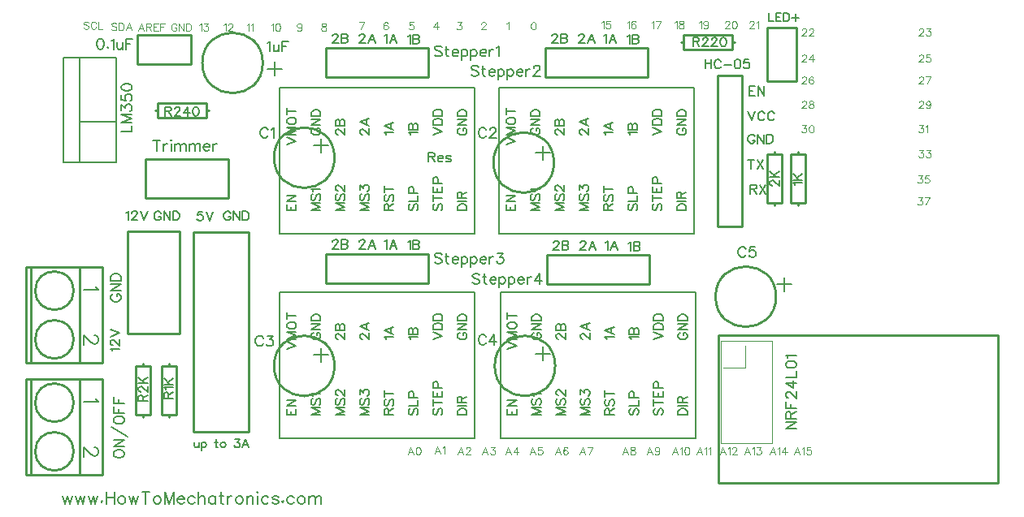
<source format=gto>
G04 Layer: TopSilkLayer*
G04 EasyEDA v6.1.49, Tue, 28 May 2019 14:16:05 GMT*
G04 625ac418817b4d458788558be5a2e594,cfe1dd9c90504c3bbdd6ef614714b9c7,10*
G04 Gerber Generator version 0.2*
G04 Scale: 100 percent, Rotated: No, Reflected: No *
G04 Dimensions in millimeters *
G04 leading zeros omitted , absolute positions ,3 integer and 3 decimal *
%FSLAX33Y33*%
%MOMM*%
G90*
G71D02*

%ADD10C,0.254000*%
%ADD22C,0.150114*%
%ADD23C,0.119990*%
%ADD24C,0.249999*%
%ADD25C,0.127000*%
%ADD26C,0.152400*%
%ADD27C,0.150012*%
%ADD28C,0.203200*%
%ADD29C,0.177800*%
%ADD30C,0.180000*%
%ADD31C,0.100000*%
%ADD32C,0.159995*%

%LPD*%
G54D10*
G01X14351Y37211D02*
G01X14351Y36957D01*
G01X14351Y37211D01*
G01X22987Y37211D01*
G01X22987Y33147D01*
G01X14351Y33147D01*
G01X14351Y36957D01*
G01X14351Y36957D01*
G54D22*
G01X7489Y36890D02*
G01X11290Y36890D01*
G01X11290Y47790D01*
G01X7489Y47790D01*
G01X7489Y36890D01*
G01X5789Y36890D01*
G01X5789Y47790D01*
G01X7489Y47790D01*
G01X7089Y47790D01*
G01X11290Y41091D02*
G01X7489Y41091D01*
G01X7789Y41091D01*
G54D10*
G01X76454Y45720D02*
G01X76454Y30226D01*
G01X73914Y30226D01*
G01X73914Y45974D01*
G01X76454Y45974D01*
G01X76454Y45720D01*
G54D23*
G01X74295Y18288D02*
G01X74295Y18288D01*
G01X79629Y18288D01*
G01X79629Y7620D01*
G01X74295Y7620D01*
G01X74295Y7620D01*
G01X74295Y18288D01*
G01X76835Y17780D02*
G01X76835Y15494D01*
G01X74549Y15494D01*
G01X74549Y15494D01*
G54D24*
G01X73967Y18869D02*
G01X73967Y18869D01*
G01X103167Y18869D01*
G01X103167Y3418D01*
G01X73967Y3418D01*
G01X73967Y18869D01*
G54D10*
G01X9827Y14269D02*
G01X1826Y14269D01*
G01X9827Y4269D02*
G01X1826Y4269D01*
G01X1826Y14269D02*
G01X1826Y4269D01*
G01X9827Y14269D02*
G01X9827Y4269D01*
G01X2357Y14269D02*
G01X2357Y4269D01*
G01X7426Y14211D02*
G01X7426Y4330D01*
G01X9827Y25953D02*
G01X1826Y25953D01*
G01X9827Y15953D02*
G01X1826Y15953D01*
G01X1826Y25953D02*
G01X1826Y15953D01*
G01X9827Y25953D02*
G01X9827Y15953D01*
G01X2357Y25953D02*
G01X2357Y15953D01*
G01X7426Y25895D02*
G01X7426Y16014D01*
G01X15621Y43053D02*
G01X20701Y43053D01*
G01X20701Y43053D02*
G01X20701Y42291D01*
G01X20701Y42291D02*
G01X20701Y41529D01*
G01X20701Y41529D02*
G01X15621Y41529D01*
G01X15621Y41529D02*
G01X15621Y42291D01*
G01X15621Y42291D02*
G01X15621Y43053D01*
G01X20701Y42291D02*
G01X20955Y42291D01*
G01X15621Y42291D02*
G01X15367Y42291D01*
G54D25*
G01X71501Y44704D02*
G01X71501Y29464D01*
G01X51181Y29464D01*
G01X51181Y44704D01*
G01X71501Y44704D01*
G01X71628Y23368D02*
G01X71628Y8128D01*
G01X51308Y8128D01*
G01X51308Y23368D01*
G01X71628Y23368D01*
G01X48641Y23368D02*
G01X48641Y8128D01*
G01X28321Y8128D01*
G01X28321Y23368D01*
G01X48641Y23368D01*
G01X48641Y44704D02*
G01X48641Y29464D01*
G01X28321Y29464D01*
G01X28321Y44704D01*
G01X48641Y44704D01*
G54D10*
G01X33147Y27343D02*
G01X43815Y27343D01*
G01X43815Y24295D01*
G01X33147Y24295D01*
G01X33147Y27343D01*
G01X56134Y27216D02*
G01X66802Y27216D01*
G01X66802Y24168D01*
G01X56134Y24168D01*
G01X56134Y27216D01*
G01X33147Y48806D02*
G01X43815Y48806D01*
G01X43815Y45758D01*
G01X33147Y45758D01*
G01X33147Y48806D01*
G01X56007Y48806D02*
G01X66675Y48806D01*
G01X66675Y45758D01*
G01X56007Y45758D01*
G01X56007Y48806D01*
G01X13449Y47117D02*
G01X13449Y50165D01*
G01X19037Y50165D01*
G01X19037Y47117D01*
G01X13449Y47117D01*
G01X19315Y8887D02*
G01X19315Y29588D01*
G01X25030Y29588D01*
G01X25030Y8760D01*
G01X19315Y8760D01*
G01X12457Y19224D02*
G01X12457Y29638D01*
G01X17882Y29638D01*
G01X17882Y18970D01*
G01X12457Y18970D01*
G01X12457Y19224D01*
G01X79121Y32639D02*
G01X79121Y37719D01*
G01X79121Y37719D02*
G01X79883Y37719D01*
G01X79883Y37719D02*
G01X80645Y37719D01*
G01X80645Y37719D02*
G01X80645Y32639D01*
G01X80645Y32639D02*
G01X79883Y32639D01*
G01X79883Y32639D02*
G01X79121Y32639D01*
G01X79883Y37719D02*
G01X79883Y37973D01*
G01X79883Y32639D02*
G01X79883Y32385D01*
G01X81534Y32639D02*
G01X81534Y37719D01*
G01X81534Y37719D02*
G01X82296Y37719D01*
G01X82296Y37719D02*
G01X83058Y37719D01*
G01X83058Y37719D02*
G01X83058Y32639D01*
G01X83058Y32639D02*
G01X82296Y32639D01*
G01X82296Y32639D02*
G01X81534Y32639D01*
G01X82296Y37719D02*
G01X82296Y37973D01*
G01X82296Y32639D02*
G01X82296Y32385D01*
G01X13335Y10541D02*
G01X13335Y15621D01*
G01X13335Y15621D02*
G01X14097Y15621D01*
G01X14097Y15621D02*
G01X14859Y15621D01*
G01X14859Y15621D02*
G01X14859Y10541D01*
G01X14859Y10541D02*
G01X14097Y10541D01*
G01X14097Y10541D02*
G01X13335Y10541D01*
G01X14097Y15621D02*
G01X14097Y15875D01*
G01X14097Y10541D02*
G01X14097Y10287D01*
G01X16002Y10541D02*
G01X16002Y15621D01*
G01X16002Y15621D02*
G01X16764Y15621D01*
G01X16764Y15621D02*
G01X17526Y15621D01*
G01X17526Y15621D02*
G01X17526Y10541D01*
G01X17526Y10541D02*
G01X16764Y10541D01*
G01X16764Y10541D02*
G01X16002Y10541D01*
G01X16764Y15621D02*
G01X16764Y15875D01*
G01X16764Y10541D02*
G01X16764Y10287D01*
G01X82169Y45326D02*
G01X79121Y45326D01*
G01X79121Y50914D01*
G01X82169Y50914D01*
G01X82169Y45326D01*
G01X70358Y50165D02*
G01X75438Y50165D01*
G01X75438Y50165D02*
G01X75438Y49403D01*
G01X75438Y49403D02*
G01X75438Y48641D01*
G01X75438Y48641D02*
G01X70358Y48641D01*
G01X70358Y48641D02*
G01X70358Y49403D01*
G01X70358Y49403D02*
G01X70358Y50165D01*
G01X75438Y49403D02*
G01X75692Y49403D01*
G01X70358Y49403D02*
G01X70104Y49403D01*
G54D26*
G01X15476Y39189D02*
G01X15476Y38100D01*
G01X15113Y39189D02*
G01X15839Y39189D01*
G01X16182Y38826D02*
G01X16182Y38100D01*
G01X16182Y38516D02*
G01X16235Y38671D01*
G01X16339Y38775D01*
G01X16443Y38826D01*
G01X16598Y38826D01*
G01X16941Y39189D02*
G01X16992Y39138D01*
G01X17045Y39189D01*
G01X16992Y39243D01*
G01X16941Y39189D01*
G01X16992Y38826D02*
G01X16992Y38100D01*
G01X17388Y38826D02*
G01X17388Y38100D01*
G01X17388Y38618D02*
G01X17543Y38775D01*
G01X17647Y38826D01*
G01X17805Y38826D01*
G01X17907Y38775D01*
G01X17960Y38618D01*
G01X17960Y38100D01*
G01X17960Y38618D02*
G01X18115Y38775D01*
G01X18219Y38826D01*
G01X18376Y38826D01*
G01X18478Y38775D01*
G01X18531Y38618D01*
G01X18531Y38100D01*
G01X18874Y38826D02*
G01X18874Y38100D01*
G01X18874Y38618D02*
G01X19029Y38775D01*
G01X19133Y38826D01*
G01X19291Y38826D01*
G01X19392Y38775D01*
G01X19446Y38618D01*
G01X19446Y38100D01*
G01X19446Y38618D02*
G01X19601Y38775D01*
G01X19705Y38826D01*
G01X19862Y38826D01*
G01X19964Y38775D01*
G01X20017Y38618D01*
G01X20017Y38100D01*
G01X20360Y38516D02*
G01X20982Y38516D01*
G01X20982Y38618D01*
G01X20932Y38722D01*
G01X20878Y38775D01*
G01X20777Y38826D01*
G01X20619Y38826D01*
G01X20515Y38775D01*
G01X20411Y38671D01*
G01X20360Y38516D01*
G01X20360Y38412D01*
G01X20411Y38254D01*
G01X20515Y38150D01*
G01X20619Y38100D01*
G01X20777Y38100D01*
G01X20878Y38150D01*
G01X20982Y38254D01*
G01X21325Y38826D02*
G01X21325Y38100D01*
G01X21325Y38516D02*
G01X21379Y38671D01*
G01X21483Y38775D01*
G01X21587Y38826D01*
G01X21742Y38826D01*
G01X11811Y40076D02*
G01X12903Y40076D01*
G01X12903Y40076D02*
G01X12903Y40698D01*
G01X11811Y41041D02*
G01X12903Y41041D01*
G01X11811Y41041D02*
G01X12903Y41457D01*
G01X11811Y41874D02*
G01X12903Y41457D01*
G01X11811Y41874D02*
G01X12903Y41874D01*
G01X11811Y42321D02*
G01X11811Y42892D01*
G01X12227Y42580D01*
G01X12227Y42735D01*
G01X12278Y42839D01*
G01X12331Y42892D01*
G01X12486Y42943D01*
G01X12590Y42943D01*
G01X12745Y42892D01*
G01X12849Y42788D01*
G01X12903Y42631D01*
G01X12903Y42476D01*
G01X12849Y42321D01*
G01X12799Y42268D01*
G01X12694Y42217D01*
G01X11811Y43911D02*
G01X11811Y43390D01*
G01X12278Y43340D01*
G01X12227Y43390D01*
G01X12174Y43545D01*
G01X12174Y43703D01*
G01X12227Y43858D01*
G01X12331Y43962D01*
G01X12486Y44013D01*
G01X12590Y44013D01*
G01X12745Y43962D01*
G01X12849Y43858D01*
G01X12903Y43703D01*
G01X12903Y43545D01*
G01X12849Y43390D01*
G01X12799Y43340D01*
G01X12694Y43286D01*
G01X11811Y44668D02*
G01X11861Y44513D01*
G01X12019Y44409D01*
G01X12278Y44356D01*
G01X12433Y44356D01*
G01X12694Y44409D01*
G01X12849Y44513D01*
G01X12903Y44668D01*
G01X12903Y44772D01*
G01X12849Y44927D01*
G01X12694Y45031D01*
G01X12433Y45085D01*
G01X12278Y45085D01*
G01X12019Y45031D01*
G01X11861Y44927D01*
G01X11811Y44772D01*
G01X11811Y44668D01*
G54D27*
G01X72644Y47625D02*
G01X72644Y46669D01*
G01X73281Y47625D02*
G01X73281Y46669D01*
G01X72644Y47170D02*
G01X73281Y47170D01*
G01X74261Y47396D02*
G01X74216Y47487D01*
G01X74124Y47579D01*
G01X74035Y47625D01*
G01X73853Y47625D01*
G01X73761Y47579D01*
G01X73670Y47487D01*
G01X73626Y47396D01*
G01X73581Y47261D01*
G01X73581Y47033D01*
G01X73626Y46896D01*
G01X73670Y46807D01*
G01X73761Y46715D01*
G01X73853Y46669D01*
G01X74035Y46669D01*
G01X74124Y46715D01*
G01X74216Y46807D01*
G01X74261Y46896D01*
G01X74561Y47078D02*
G01X75379Y47078D01*
G01X75953Y47625D02*
G01X75816Y47579D01*
G01X75725Y47442D01*
G01X75679Y47216D01*
G01X75679Y47078D01*
G01X75725Y46852D01*
G01X75816Y46715D01*
G01X75953Y46669D01*
G01X76045Y46669D01*
G01X76179Y46715D01*
G01X76271Y46852D01*
G01X76316Y47078D01*
G01X76316Y47216D01*
G01X76271Y47442D01*
G01X76179Y47579D01*
G01X76045Y47625D01*
G01X75953Y47625D01*
G01X77162Y47625D02*
G01X76708Y47625D01*
G01X76662Y47216D01*
G01X76708Y47261D01*
G01X76845Y47304D01*
G01X76979Y47304D01*
G01X77116Y47261D01*
G01X77208Y47170D01*
G01X77254Y47033D01*
G01X77254Y46941D01*
G01X77208Y46807D01*
G01X77116Y46715D01*
G01X76979Y46669D01*
G01X76845Y46669D01*
G01X76708Y46715D01*
G01X76662Y46761D01*
G01X76616Y46852D01*
G54D28*
G01X81026Y9070D02*
G01X82123Y9070D01*
G01X81026Y9070D02*
G01X82123Y9801D01*
G01X81026Y9801D02*
G01X82123Y9801D01*
G01X81026Y10147D02*
G01X82123Y10147D01*
G01X81026Y10147D02*
G01X81026Y10617D01*
G01X81079Y10774D01*
G01X81130Y10825D01*
G01X81234Y10878D01*
G01X81341Y10878D01*
G01X81445Y10825D01*
G01X81495Y10774D01*
G01X81549Y10617D01*
G01X81549Y10147D01*
G01X81549Y10513D02*
G01X82123Y10878D01*
G01X81026Y11224D02*
G01X82123Y11224D01*
G01X81026Y11224D02*
G01X81026Y11902D01*
G01X81549Y11224D02*
G01X81549Y11643D01*
G01X81287Y12301D02*
G01X81234Y12301D01*
G01X81130Y12352D01*
G01X81079Y12405D01*
G01X81026Y12509D01*
G01X81026Y12717D01*
G01X81079Y12824D01*
G01X81130Y12875D01*
G01X81234Y12928D01*
G01X81341Y12928D01*
G01X81445Y12875D01*
G01X81600Y12771D01*
G01X82123Y12247D01*
G01X82123Y12979D01*
G01X81026Y13848D02*
G01X81757Y13324D01*
G01X81757Y14109D01*
G01X81026Y13848D02*
G01X82123Y13848D01*
G01X81026Y14455D02*
G01X82123Y14455D01*
G01X82123Y14455D02*
G01X82123Y15082D01*
G01X81026Y15740D02*
G01X81079Y15582D01*
G01X81234Y15478D01*
G01X81495Y15425D01*
G01X81653Y15425D01*
G01X81915Y15478D01*
G01X82072Y15582D01*
G01X82123Y15740D01*
G01X82123Y15844D01*
G01X82072Y16002D01*
G01X81915Y16106D01*
G01X81653Y16159D01*
G01X81495Y16159D01*
G01X81234Y16106D01*
G01X81079Y16002D01*
G01X81026Y15844D01*
G01X81026Y15740D01*
G01X81234Y16502D02*
G01X81183Y16609D01*
G01X81026Y16764D01*
G01X82123Y16764D01*
G54D29*
G01X11003Y6367D02*
G01X11054Y6263D01*
G01X11158Y6159D01*
G01X11262Y6106D01*
G01X11417Y6055D01*
G01X11676Y6055D01*
G01X11833Y6106D01*
G01X11938Y6159D01*
G01X12042Y6263D01*
G01X12092Y6367D01*
G01X12092Y6576D01*
G01X12042Y6677D01*
G01X11938Y6781D01*
G01X11833Y6835D01*
G01X11676Y6885D01*
G01X11417Y6885D01*
G01X11262Y6835D01*
G01X11158Y6781D01*
G01X11054Y6677D01*
G01X11003Y6576D01*
G01X11003Y6367D01*
G01X11003Y7228D02*
G01X12092Y7228D01*
G01X11003Y7228D02*
G01X12092Y7957D01*
G01X11003Y7957D02*
G01X12092Y7957D01*
G01X10795Y9235D02*
G01X12456Y8300D01*
G01X11003Y9890D02*
G01X11054Y9786D01*
G01X11158Y9682D01*
G01X11262Y9629D01*
G01X11417Y9578D01*
G01X11676Y9578D01*
G01X11833Y9629D01*
G01X11938Y9682D01*
G01X12042Y9786D01*
G01X12092Y9890D01*
G01X12092Y10096D01*
G01X12042Y10200D01*
G01X11938Y10304D01*
G01X11833Y10358D01*
G01X11676Y10408D01*
G01X11417Y10408D01*
G01X11262Y10358D01*
G01X11158Y10304D01*
G01X11054Y10200D01*
G01X11003Y10096D01*
G01X11003Y9890D01*
G01X11003Y10751D02*
G01X12092Y10751D01*
G01X11003Y10751D02*
G01X11003Y11427D01*
G01X11521Y10751D02*
G01X11521Y11168D01*
G01X11003Y11770D02*
G01X12092Y11770D01*
G01X11003Y11770D02*
G01X11003Y12446D01*
G01X11521Y11770D02*
G01X11521Y12186D01*
G54D28*
G01X9116Y12260D02*
G01X9189Y12115D01*
G01X9408Y11897D01*
G01X7879Y11897D01*
G01X9009Y7117D02*
G01X9083Y7117D01*
G01X9227Y7045D01*
G01X9301Y6972D01*
G01X9375Y6827D01*
G01X9375Y6535D01*
G01X9301Y6390D01*
G01X9227Y6316D01*
G01X9083Y6245D01*
G01X8938Y6245D01*
G01X8793Y6316D01*
G01X8575Y6464D01*
G01X7846Y7190D01*
G01X7846Y6172D01*
G54D29*
G01X10927Y23131D02*
G01X10822Y23078D01*
G01X10718Y22974D01*
G01X10668Y22872D01*
G01X10668Y22664D01*
G01X10718Y22560D01*
G01X10822Y22456D01*
G01X10927Y22402D01*
G01X11082Y22351D01*
G01X11341Y22351D01*
G01X11498Y22402D01*
G01X11602Y22456D01*
G01X11706Y22560D01*
G01X11757Y22664D01*
G01X11757Y22872D01*
G01X11706Y22974D01*
G01X11602Y23078D01*
G01X11498Y23131D01*
G01X11341Y23131D01*
G01X11341Y22872D02*
G01X11341Y23131D01*
G01X10668Y23474D02*
G01X11757Y23474D01*
G01X10668Y23474D02*
G01X11757Y24201D01*
G01X10668Y24201D02*
G01X11757Y24201D01*
G01X10668Y24543D02*
G01X11757Y24543D01*
G01X10668Y24543D02*
G01X10668Y24907D01*
G01X10718Y25064D01*
G01X10822Y25168D01*
G01X10927Y25219D01*
G01X11082Y25272D01*
G01X11341Y25272D01*
G01X11498Y25219D01*
G01X11602Y25168D01*
G01X11706Y25064D01*
G01X11757Y24907D01*
G01X11757Y24543D01*
G54D28*
G01X9116Y23944D02*
G01X9189Y23799D01*
G01X9408Y23581D01*
G01X7879Y23581D01*
G01X9010Y18801D02*
G01X9083Y18801D01*
G01X9228Y18730D01*
G01X9302Y18656D01*
G01X9375Y18511D01*
G01X9375Y18219D01*
G01X9302Y18074D01*
G01X9228Y18001D01*
G01X9083Y17930D01*
G01X8939Y17930D01*
G01X8794Y18001D01*
G01X8575Y18148D01*
G01X7846Y18874D01*
G01X7846Y17856D01*
G54D29*
G01X16383Y42672D02*
G01X16383Y41716D01*
G01X16383Y42672D02*
G01X16791Y42672D01*
G01X16929Y42626D01*
G01X16974Y42580D01*
G01X17020Y42489D01*
G01X17020Y42397D01*
G01X16974Y42308D01*
G01X16929Y42263D01*
G01X16791Y42217D01*
G01X16383Y42217D01*
G01X16700Y42217D02*
G01X17020Y41716D01*
G01X17365Y42443D02*
G01X17365Y42489D01*
G01X17409Y42580D01*
G01X17454Y42626D01*
G01X17546Y42672D01*
G01X17729Y42672D01*
G01X17818Y42626D01*
G01X17863Y42580D01*
G01X17909Y42489D01*
G01X17909Y42397D01*
G01X17863Y42308D01*
G01X17774Y42171D01*
G01X17320Y41716D01*
G01X17955Y41716D01*
G01X18709Y42672D02*
G01X18254Y42034D01*
G01X18938Y42034D01*
G01X18709Y42672D02*
G01X18709Y41716D01*
G01X19509Y42672D02*
G01X19375Y42626D01*
G01X19283Y42489D01*
G01X19237Y42263D01*
G01X19237Y42125D01*
G01X19283Y41899D01*
G01X19375Y41762D01*
G01X19509Y41716D01*
G01X19601Y41716D01*
G01X19738Y41762D01*
G01X19827Y41899D01*
G01X19872Y42125D01*
G01X19872Y42263D01*
G01X19827Y42489D01*
G01X19738Y42626D01*
G01X19601Y42672D01*
G01X19509Y42672D01*
G01X76852Y27807D02*
G01X76799Y27912D01*
G01X76695Y28016D01*
G01X76593Y28067D01*
G01X76385Y28067D01*
G01X76281Y28016D01*
G01X76177Y27912D01*
G01X76123Y27807D01*
G01X76073Y27652D01*
G01X76073Y27393D01*
G01X76123Y27236D01*
G01X76177Y27132D01*
G01X76281Y27028D01*
G01X76385Y26977D01*
G01X76593Y26977D01*
G01X76695Y27028D01*
G01X76799Y27132D01*
G01X76852Y27236D01*
G01X77817Y28067D02*
G01X77299Y28067D01*
G01X77246Y27599D01*
G01X77299Y27652D01*
G01X77454Y27703D01*
G01X77609Y27703D01*
G01X77767Y27652D01*
G01X77871Y27548D01*
G01X77922Y27393D01*
G01X77922Y27289D01*
G01X77871Y27132D01*
G01X77767Y27028D01*
G01X77609Y26977D01*
G01X77454Y26977D01*
G01X77299Y27028D01*
G01X77246Y27081D01*
G01X77195Y27185D01*
G54D28*
G01X80873Y23418D02*
G01X80873Y24892D01*
G01X81610Y24155D02*
G01X80136Y24155D01*
G54D29*
G01X48986Y46822D02*
G01X48882Y46926D01*
G01X48727Y46977D01*
G01X48519Y46977D01*
G01X48364Y46926D01*
G01X48260Y46822D01*
G01X48260Y46718D01*
G01X48310Y46614D01*
G01X48364Y46563D01*
G01X48468Y46509D01*
G01X48780Y46405D01*
G01X48882Y46355D01*
G01X48935Y46304D01*
G01X48986Y46200D01*
G01X48986Y46042D01*
G01X48882Y45938D01*
G01X48727Y45887D01*
G01X48519Y45887D01*
G01X48364Y45938D01*
G01X48260Y46042D01*
G01X49486Y46977D02*
G01X49486Y46095D01*
G01X49537Y45938D01*
G01X49641Y45887D01*
G01X49745Y45887D01*
G01X49329Y46614D02*
G01X49695Y46614D01*
G01X50088Y46304D02*
G01X50711Y46304D01*
G01X50711Y46405D01*
G01X50660Y46509D01*
G01X50609Y46563D01*
G01X50505Y46614D01*
G01X50347Y46614D01*
G01X50243Y46563D01*
G01X50139Y46459D01*
G01X50088Y46304D01*
G01X50088Y46200D01*
G01X50139Y46042D01*
G01X50243Y45938D01*
G01X50347Y45887D01*
G01X50505Y45887D01*
G01X50609Y45938D01*
G01X50711Y46042D01*
G01X51054Y46614D02*
G01X51054Y45524D01*
G01X51054Y46459D02*
G01X51158Y46563D01*
G01X51262Y46614D01*
G01X51419Y46614D01*
G01X51523Y46563D01*
G01X51625Y46459D01*
G01X51678Y46304D01*
G01X51678Y46200D01*
G01X51625Y46042D01*
G01X51523Y45938D01*
G01X51419Y45887D01*
G01X51262Y45887D01*
G01X51158Y45938D01*
G01X51054Y46042D01*
G01X52021Y46614D02*
G01X52021Y45524D01*
G01X52021Y46459D02*
G01X52125Y46563D01*
G01X52230Y46614D01*
G01X52384Y46614D01*
G01X52489Y46563D01*
G01X52593Y46459D01*
G01X52644Y46304D01*
G01X52644Y46200D01*
G01X52593Y46042D01*
G01X52489Y45938D01*
G01X52384Y45887D01*
G01X52230Y45887D01*
G01X52125Y45938D01*
G01X52021Y46042D01*
G01X52986Y46304D02*
G01X53611Y46304D01*
G01X53611Y46405D01*
G01X53558Y46509D01*
G01X53507Y46563D01*
G01X53403Y46614D01*
G01X53248Y46614D01*
G01X53144Y46563D01*
G01X53040Y46459D01*
G01X52986Y46304D01*
G01X52986Y46200D01*
G01X53040Y46042D01*
G01X53144Y45938D01*
G01X53248Y45887D01*
G01X53403Y45887D01*
G01X53507Y45938D01*
G01X53611Y46042D01*
G01X53954Y46614D02*
G01X53954Y45887D01*
G01X53954Y46304D02*
G01X54005Y46459D01*
G01X54109Y46563D01*
G01X54213Y46614D01*
G01X54368Y46614D01*
G01X54764Y46718D02*
G01X54764Y46771D01*
G01X54815Y46875D01*
G01X54869Y46926D01*
G01X54973Y46977D01*
G01X55181Y46977D01*
G01X55283Y46926D01*
G01X55336Y46875D01*
G01X55387Y46771D01*
G01X55387Y46667D01*
G01X55336Y46563D01*
G01X55232Y46405D01*
G01X54711Y45887D01*
G01X55440Y45887D01*
G54D28*
G01X54437Y31877D02*
G01X55407Y31877D01*
G01X54437Y31877D02*
G01X55407Y32245D01*
G01X54437Y32616D02*
G01X55407Y32245D01*
G01X54437Y32616D02*
G01X55407Y32616D01*
G01X54574Y33566D02*
G01X54483Y33474D01*
G01X54437Y33337D01*
G01X54437Y33152D01*
G01X54483Y33012D01*
G01X54574Y32920D01*
G01X54668Y32920D01*
G01X54759Y32966D01*
G01X54805Y33012D01*
G01X54851Y33106D01*
G01X54945Y33383D01*
G01X54991Y33474D01*
G01X55036Y33520D01*
G01X55130Y33566D01*
G01X55267Y33566D01*
G01X55359Y33474D01*
G01X55407Y33337D01*
G01X55407Y33152D01*
G01X55359Y33012D01*
G01X55267Y32920D01*
G01X54622Y33870D02*
G01X54574Y33964D01*
G01X54437Y34102D01*
G01X55407Y34102D01*
G01X56977Y31877D02*
G01X57947Y31877D01*
G01X56977Y31877D02*
G01X57947Y32245D01*
G01X56977Y32616D02*
G01X57947Y32245D01*
G01X56977Y32616D02*
G01X57947Y32616D01*
G01X57114Y33566D02*
G01X57023Y33474D01*
G01X56977Y33337D01*
G01X56977Y33152D01*
G01X57023Y33012D01*
G01X57114Y32920D01*
G01X57208Y32920D01*
G01X57299Y32966D01*
G01X57345Y33012D01*
G01X57391Y33106D01*
G01X57485Y33383D01*
G01X57531Y33474D01*
G01X57576Y33520D01*
G01X57670Y33566D01*
G01X57807Y33566D01*
G01X57899Y33474D01*
G01X57947Y33337D01*
G01X57947Y33152D01*
G01X57899Y33012D01*
G01X57807Y32920D01*
G01X57208Y33919D02*
G01X57162Y33919D01*
G01X57068Y33964D01*
G01X57023Y34010D01*
G01X56977Y34102D01*
G01X56977Y34287D01*
G01X57023Y34378D01*
G01X57068Y34427D01*
G01X57162Y34472D01*
G01X57254Y34472D01*
G01X57345Y34427D01*
G01X57485Y34333D01*
G01X57947Y33870D01*
G01X57947Y34518D01*
G01X59517Y31877D02*
G01X60487Y31877D01*
G01X59517Y31877D02*
G01X60487Y32245D01*
G01X59517Y32616D02*
G01X60487Y32245D01*
G01X59517Y32616D02*
G01X60487Y32616D01*
G01X59654Y33566D02*
G01X59563Y33474D01*
G01X59517Y33337D01*
G01X59517Y33152D01*
G01X59563Y33012D01*
G01X59654Y32920D01*
G01X59748Y32920D01*
G01X59839Y32966D01*
G01X59885Y33012D01*
G01X59931Y33106D01*
G01X60025Y33383D01*
G01X60071Y33474D01*
G01X60116Y33520D01*
G01X60210Y33566D01*
G01X60347Y33566D01*
G01X60439Y33474D01*
G01X60487Y33337D01*
G01X60487Y33152D01*
G01X60439Y33012D01*
G01X60347Y32920D01*
G01X59517Y33964D02*
G01X59517Y34472D01*
G01X59885Y34196D01*
G01X59885Y34333D01*
G01X59931Y34427D01*
G01X59979Y34472D01*
G01X60116Y34518D01*
G01X60210Y34518D01*
G01X60347Y34472D01*
G01X60439Y34378D01*
G01X60487Y34241D01*
G01X60487Y34102D01*
G01X60439Y33964D01*
G01X60393Y33919D01*
G01X60302Y33870D01*
G01X67274Y32524D02*
G01X67183Y32430D01*
G01X67137Y32293D01*
G01X67137Y32108D01*
G01X67183Y31968D01*
G01X67274Y31877D01*
G01X67368Y31877D01*
G01X67459Y31922D01*
G01X67505Y31968D01*
G01X67551Y32062D01*
G01X67645Y32339D01*
G01X67691Y32430D01*
G01X67736Y32476D01*
G01X67830Y32524D01*
G01X67967Y32524D01*
G01X68059Y32430D01*
G01X68107Y32293D01*
G01X68107Y32108D01*
G01X68059Y31968D01*
G01X67967Y31877D01*
G01X67137Y33152D02*
G01X68107Y33152D01*
G01X67137Y32829D02*
G01X67137Y33474D01*
G01X67137Y33779D02*
G01X68107Y33779D01*
G01X67137Y33779D02*
G01X67137Y34378D01*
G01X67599Y33779D02*
G01X67599Y34150D01*
G01X68107Y33779D02*
G01X68107Y34378D01*
G01X67137Y34683D02*
G01X68107Y34683D01*
G01X67137Y34683D02*
G01X67137Y35100D01*
G01X67183Y35239D01*
G01X67228Y35285D01*
G01X67322Y35331D01*
G01X67459Y35331D01*
G01X67551Y35285D01*
G01X67599Y35239D01*
G01X67645Y35100D01*
G01X67645Y34683D01*
G01X69677Y31877D02*
G01X70647Y31877D01*
G01X69677Y31877D02*
G01X69677Y32199D01*
G01X69723Y32339D01*
G01X69814Y32430D01*
G01X69908Y32476D01*
G01X70045Y32524D01*
G01X70276Y32524D01*
G01X70416Y32476D01*
G01X70507Y32430D01*
G01X70599Y32339D01*
G01X70647Y32199D01*
G01X70647Y31877D01*
G01X69677Y32829D02*
G01X70647Y32829D01*
G01X69677Y33134D02*
G01X70647Y33134D01*
G01X69677Y33134D02*
G01X69677Y33548D01*
G01X69723Y33688D01*
G01X69768Y33733D01*
G01X69862Y33779D01*
G01X69954Y33779D01*
G01X70045Y33733D01*
G01X70091Y33688D01*
G01X70139Y33548D01*
G01X70139Y33134D01*
G01X70139Y33456D02*
G01X70647Y33779D01*
G01X69908Y40444D02*
G01X69814Y40398D01*
G01X69723Y40304D01*
G01X69677Y40213D01*
G01X69677Y40027D01*
G01X69723Y39936D01*
G01X69814Y39842D01*
G01X69908Y39796D01*
G01X70045Y39751D01*
G01X70276Y39751D01*
G01X70416Y39796D01*
G01X70507Y39842D01*
G01X70599Y39936D01*
G01X70647Y40027D01*
G01X70647Y40213D01*
G01X70599Y40304D01*
G01X70507Y40398D01*
G01X70416Y40444D01*
G01X70276Y40444D01*
G01X70276Y40213D02*
G01X70276Y40444D01*
G01X69677Y40749D02*
G01X70647Y40749D01*
G01X69677Y40749D02*
G01X70647Y41394D01*
G01X69677Y41394D02*
G01X70647Y41394D01*
G01X69677Y41699D02*
G01X70647Y41699D01*
G01X69677Y41699D02*
G01X69677Y42024D01*
G01X69723Y42161D01*
G01X69814Y42252D01*
G01X69908Y42301D01*
G01X70045Y42346D01*
G01X70276Y42346D01*
G01X70416Y42301D01*
G01X70507Y42252D01*
G01X70599Y42161D01*
G01X70647Y42024D01*
G01X70647Y41699D01*
G01X67137Y39751D02*
G01X68107Y40119D01*
G01X67137Y40490D02*
G01X68107Y40119D01*
G01X67137Y40794D02*
G01X68107Y40794D01*
G01X67137Y40794D02*
G01X67137Y41117D01*
G01X67183Y41257D01*
G01X67274Y41348D01*
G01X67368Y41394D01*
G01X67505Y41440D01*
G01X67736Y41440D01*
G01X67876Y41394D01*
G01X67967Y41348D01*
G01X68059Y41257D01*
G01X68107Y41117D01*
G01X68107Y40794D01*
G01X67137Y41744D02*
G01X68107Y41744D01*
G01X67137Y41744D02*
G01X67137Y42070D01*
G01X67183Y42207D01*
G01X67274Y42301D01*
G01X67368Y42346D01*
G01X67505Y42392D01*
G01X67736Y42392D01*
G01X67876Y42346D01*
G01X67967Y42301D01*
G01X68059Y42207D01*
G01X68107Y42070D01*
G01X68107Y41744D01*
G01X64782Y39751D02*
G01X64734Y39842D01*
G01X64597Y39982D01*
G01X65567Y39982D01*
G01X64597Y40286D02*
G01X65567Y40286D01*
G01X64597Y40286D02*
G01X64597Y40703D01*
G01X64643Y40840D01*
G01X64688Y40886D01*
G01X64782Y40932D01*
G01X64874Y40932D01*
G01X64965Y40886D01*
G01X65011Y40840D01*
G01X65059Y40703D01*
G01X65059Y40286D02*
G01X65059Y40703D01*
G01X65105Y40840D01*
G01X65151Y40886D01*
G01X65242Y40932D01*
G01X65382Y40932D01*
G01X65473Y40886D01*
G01X65519Y40840D01*
G01X65567Y40703D01*
G01X65567Y40286D01*
G01X62242Y39751D02*
G01X62194Y39842D01*
G01X62057Y39982D01*
G01X63027Y39982D01*
G01X62057Y40655D02*
G01X63027Y40286D01*
G01X62057Y40655D02*
G01X63027Y41026D01*
G01X62702Y40424D02*
G01X62702Y40886D01*
G01X59748Y39796D02*
G01X59702Y39796D01*
G01X59608Y39842D01*
G01X59563Y39890D01*
G01X59517Y39982D01*
G01X59517Y40167D01*
G01X59563Y40259D01*
G01X59608Y40304D01*
G01X59702Y40350D01*
G01X59794Y40350D01*
G01X59885Y40304D01*
G01X60025Y40213D01*
G01X60487Y39751D01*
G01X60487Y40398D01*
G01X59517Y41071D02*
G01X60487Y40703D01*
G01X59517Y41071D02*
G01X60487Y41440D01*
G01X60162Y40840D02*
G01X60162Y41302D01*
G01X57208Y39796D02*
G01X57162Y39796D01*
G01X57068Y39842D01*
G01X57023Y39890D01*
G01X56977Y39982D01*
G01X56977Y40167D01*
G01X57023Y40259D01*
G01X57068Y40304D01*
G01X57162Y40350D01*
G01X57254Y40350D01*
G01X57345Y40304D01*
G01X57485Y40213D01*
G01X57947Y39751D01*
G01X57947Y40398D01*
G01X56977Y40703D02*
G01X57947Y40703D01*
G01X56977Y40703D02*
G01X56977Y41117D01*
G01X57023Y41257D01*
G01X57068Y41302D01*
G01X57162Y41348D01*
G01X57254Y41348D01*
G01X57345Y41302D01*
G01X57391Y41257D01*
G01X57439Y41117D01*
G01X57439Y40703D02*
G01X57439Y41117D01*
G01X57485Y41257D01*
G01X57531Y41302D01*
G01X57622Y41348D01*
G01X57762Y41348D01*
G01X57853Y41302D01*
G01X57899Y41257D01*
G01X57947Y41117D01*
G01X57947Y40703D01*
G01X54668Y40444D02*
G01X54574Y40398D01*
G01X54483Y40304D01*
G01X54437Y40213D01*
G01X54437Y40027D01*
G01X54483Y39936D01*
G01X54574Y39842D01*
G01X54668Y39796D01*
G01X54805Y39751D01*
G01X55036Y39751D01*
G01X55176Y39796D01*
G01X55267Y39842D01*
G01X55359Y39936D01*
G01X55407Y40027D01*
G01X55407Y40213D01*
G01X55359Y40304D01*
G01X55267Y40398D01*
G01X55176Y40444D01*
G01X55036Y40444D01*
G01X55036Y40213D02*
G01X55036Y40444D01*
G01X54437Y40749D02*
G01X55407Y40749D01*
G01X54437Y40749D02*
G01X55407Y41394D01*
G01X54437Y41394D02*
G01X55407Y41394D01*
G01X54437Y41699D02*
G01X55407Y41699D01*
G01X54437Y41699D02*
G01X54437Y42024D01*
G01X54483Y42161D01*
G01X54574Y42252D01*
G01X54668Y42301D01*
G01X54805Y42346D01*
G01X55036Y42346D01*
G01X55176Y42301D01*
G01X55267Y42252D01*
G01X55359Y42161D01*
G01X55407Y42024D01*
G01X55407Y41699D01*
G01X51897Y38735D02*
G01X52867Y39103D01*
G01X51897Y39474D02*
G01X52867Y39103D01*
G01X51897Y39778D02*
G01X52867Y39778D01*
G01X51897Y39778D02*
G01X52867Y40147D01*
G01X51897Y40518D02*
G01X52867Y40147D01*
G01X51897Y40518D02*
G01X52867Y40518D01*
G01X51897Y41099D02*
G01X51943Y41008D01*
G01X52034Y40914D01*
G01X52128Y40868D01*
G01X52265Y40822D01*
G01X52496Y40822D01*
G01X52636Y40868D01*
G01X52727Y40914D01*
G01X52819Y41008D01*
G01X52867Y41099D01*
G01X52867Y41285D01*
G01X52819Y41376D01*
G01X52727Y41468D01*
G01X52636Y41516D01*
G01X52496Y41562D01*
G01X52265Y41562D01*
G01X52128Y41516D01*
G01X52034Y41468D01*
G01X51943Y41376D01*
G01X51897Y41285D01*
G01X51897Y41099D01*
G01X51897Y42189D02*
G01X52867Y42189D01*
G01X51897Y41866D02*
G01X51897Y42511D01*
G01X51897Y31877D02*
G01X52867Y31877D01*
G01X51897Y31877D02*
G01X51897Y32476D01*
G01X52359Y31877D02*
G01X52359Y32245D01*
G01X52867Y31877D02*
G01X52867Y32476D01*
G01X51897Y32781D02*
G01X52867Y32781D01*
G01X51897Y32781D02*
G01X52867Y33428D01*
G01X51897Y33428D02*
G01X52867Y33428D01*
G01X62057Y31877D02*
G01X63027Y31877D01*
G01X62057Y31877D02*
G01X62057Y32293D01*
G01X62103Y32430D01*
G01X62148Y32476D01*
G01X62242Y32524D01*
G01X62334Y32524D01*
G01X62425Y32476D01*
G01X62471Y32430D01*
G01X62519Y32293D01*
G01X62519Y31877D01*
G01X62519Y32199D02*
G01X63027Y32524D01*
G01X62194Y33474D02*
G01X62103Y33383D01*
G01X62057Y33243D01*
G01X62057Y33058D01*
G01X62103Y32920D01*
G01X62194Y32829D01*
G01X62288Y32829D01*
G01X62379Y32875D01*
G01X62425Y32920D01*
G01X62471Y33012D01*
G01X62565Y33289D01*
G01X62611Y33383D01*
G01X62656Y33428D01*
G01X62750Y33474D01*
G01X62887Y33474D01*
G01X62979Y33383D01*
G01X63027Y33243D01*
G01X63027Y33058D01*
G01X62979Y32920D01*
G01X62887Y32829D01*
G01X62057Y34102D02*
G01X63027Y34102D01*
G01X62057Y33779D02*
G01X62057Y34427D01*
G01X64734Y32524D02*
G01X64643Y32430D01*
G01X64597Y32293D01*
G01X64597Y32108D01*
G01X64643Y31968D01*
G01X64734Y31877D01*
G01X64828Y31877D01*
G01X64919Y31922D01*
G01X64965Y31968D01*
G01X65011Y32062D01*
G01X65105Y32339D01*
G01X65151Y32430D01*
G01X65196Y32476D01*
G01X65290Y32524D01*
G01X65427Y32524D01*
G01X65519Y32430D01*
G01X65567Y32293D01*
G01X65567Y32108D01*
G01X65519Y31968D01*
G01X65427Y31877D01*
G01X64597Y32829D02*
G01X65567Y32829D01*
G01X65567Y32829D02*
G01X65567Y33383D01*
G01X64597Y33688D02*
G01X65567Y33688D01*
G01X64597Y33688D02*
G01X64597Y34102D01*
G01X64643Y34241D01*
G01X64688Y34287D01*
G01X64782Y34333D01*
G01X64919Y34333D01*
G01X65011Y34287D01*
G01X65059Y34241D01*
G01X65105Y34102D01*
G01X65105Y33688D01*
G54D29*
G01X49113Y25105D02*
G01X49009Y25209D01*
G01X48854Y25260D01*
G01X48646Y25260D01*
G01X48491Y25209D01*
G01X48387Y25105D01*
G01X48387Y25001D01*
G01X48437Y24897D01*
G01X48491Y24846D01*
G01X48595Y24792D01*
G01X48907Y24688D01*
G01X49009Y24638D01*
G01X49062Y24587D01*
G01X49113Y24483D01*
G01X49113Y24325D01*
G01X49009Y24221D01*
G01X48854Y24170D01*
G01X48646Y24170D01*
G01X48491Y24221D01*
G01X48387Y24325D01*
G01X49613Y25260D02*
G01X49613Y24378D01*
G01X49664Y24221D01*
G01X49768Y24170D01*
G01X49872Y24170D01*
G01X49456Y24897D02*
G01X49822Y24897D01*
G01X50215Y24587D02*
G01X50838Y24587D01*
G01X50838Y24688D01*
G01X50787Y24792D01*
G01X50736Y24846D01*
G01X50632Y24897D01*
G01X50474Y24897D01*
G01X50370Y24846D01*
G01X50266Y24742D01*
G01X50215Y24587D01*
G01X50215Y24483D01*
G01X50266Y24325D01*
G01X50370Y24221D01*
G01X50474Y24170D01*
G01X50632Y24170D01*
G01X50736Y24221D01*
G01X50838Y24325D01*
G01X51181Y24897D02*
G01X51181Y23807D01*
G01X51181Y24742D02*
G01X51285Y24846D01*
G01X51389Y24897D01*
G01X51546Y24897D01*
G01X51650Y24846D01*
G01X51752Y24742D01*
G01X51805Y24587D01*
G01X51805Y24483D01*
G01X51752Y24325D01*
G01X51650Y24221D01*
G01X51546Y24170D01*
G01X51389Y24170D01*
G01X51285Y24221D01*
G01X51181Y24325D01*
G01X52148Y24897D02*
G01X52148Y23807D01*
G01X52148Y24742D02*
G01X52252Y24846D01*
G01X52357Y24897D01*
G01X52511Y24897D01*
G01X52616Y24846D01*
G01X52720Y24742D01*
G01X52771Y24587D01*
G01X52771Y24483D01*
G01X52720Y24325D01*
G01X52616Y24221D01*
G01X52511Y24170D01*
G01X52357Y24170D01*
G01X52252Y24221D01*
G01X52148Y24325D01*
G01X53113Y24587D02*
G01X53738Y24587D01*
G01X53738Y24688D01*
G01X53685Y24792D01*
G01X53634Y24846D01*
G01X53530Y24897D01*
G01X53375Y24897D01*
G01X53271Y24846D01*
G01X53167Y24742D01*
G01X53113Y24587D01*
G01X53113Y24483D01*
G01X53167Y24325D01*
G01X53271Y24221D01*
G01X53375Y24170D01*
G01X53530Y24170D01*
G01X53634Y24221D01*
G01X53738Y24325D01*
G01X54081Y24897D02*
G01X54081Y24170D01*
G01X54081Y24587D02*
G01X54132Y24742D01*
G01X54236Y24846D01*
G01X54340Y24897D01*
G01X54495Y24897D01*
G01X55359Y25260D02*
G01X54838Y24533D01*
G01X55618Y24533D01*
G01X55359Y25260D02*
G01X55359Y24170D01*
G54D28*
G01X54564Y10541D02*
G01X55534Y10541D01*
G01X54564Y10541D02*
G01X55534Y10909D01*
G01X54564Y11280D02*
G01X55534Y10909D01*
G01X54564Y11280D02*
G01X55534Y11280D01*
G01X54701Y12230D02*
G01X54610Y12138D01*
G01X54564Y12001D01*
G01X54564Y11816D01*
G01X54610Y11676D01*
G01X54701Y11584D01*
G01X54795Y11584D01*
G01X54886Y11630D01*
G01X54932Y11676D01*
G01X54978Y11770D01*
G01X55072Y12047D01*
G01X55118Y12138D01*
G01X55163Y12184D01*
G01X55257Y12230D01*
G01X55394Y12230D01*
G01X55486Y12138D01*
G01X55534Y12001D01*
G01X55534Y11816D01*
G01X55486Y11676D01*
G01X55394Y11584D01*
G01X54749Y12534D02*
G01X54701Y12628D01*
G01X54564Y12766D01*
G01X55534Y12766D01*
G01X57104Y10541D02*
G01X58074Y10541D01*
G01X57104Y10541D02*
G01X58074Y10909D01*
G01X57104Y11280D02*
G01X58074Y10909D01*
G01X57104Y11280D02*
G01X58074Y11280D01*
G01X57241Y12230D02*
G01X57150Y12138D01*
G01X57104Y12001D01*
G01X57104Y11816D01*
G01X57150Y11676D01*
G01X57241Y11584D01*
G01X57335Y11584D01*
G01X57426Y11630D01*
G01X57472Y11676D01*
G01X57518Y11770D01*
G01X57612Y12047D01*
G01X57658Y12138D01*
G01X57703Y12184D01*
G01X57797Y12230D01*
G01X57934Y12230D01*
G01X58026Y12138D01*
G01X58074Y12001D01*
G01X58074Y11816D01*
G01X58026Y11676D01*
G01X57934Y11584D01*
G01X57335Y12583D02*
G01X57289Y12583D01*
G01X57195Y12628D01*
G01X57150Y12674D01*
G01X57104Y12766D01*
G01X57104Y12951D01*
G01X57150Y13042D01*
G01X57195Y13091D01*
G01X57289Y13136D01*
G01X57381Y13136D01*
G01X57472Y13091D01*
G01X57612Y12997D01*
G01X58074Y12534D01*
G01X58074Y13182D01*
G01X59644Y10541D02*
G01X60614Y10541D01*
G01X59644Y10541D02*
G01X60614Y10909D01*
G01X59644Y11280D02*
G01X60614Y10909D01*
G01X59644Y11280D02*
G01X60614Y11280D01*
G01X59781Y12230D02*
G01X59690Y12138D01*
G01X59644Y12001D01*
G01X59644Y11816D01*
G01X59690Y11676D01*
G01X59781Y11584D01*
G01X59875Y11584D01*
G01X59966Y11630D01*
G01X60012Y11676D01*
G01X60058Y11770D01*
G01X60152Y12047D01*
G01X60198Y12138D01*
G01X60243Y12184D01*
G01X60337Y12230D01*
G01X60474Y12230D01*
G01X60566Y12138D01*
G01X60614Y12001D01*
G01X60614Y11816D01*
G01X60566Y11676D01*
G01X60474Y11584D01*
G01X59644Y12628D02*
G01X59644Y13136D01*
G01X60012Y12860D01*
G01X60012Y12997D01*
G01X60058Y13091D01*
G01X60106Y13136D01*
G01X60243Y13182D01*
G01X60337Y13182D01*
G01X60474Y13136D01*
G01X60566Y13042D01*
G01X60614Y12905D01*
G01X60614Y12766D01*
G01X60566Y12628D01*
G01X60520Y12583D01*
G01X60429Y12534D01*
G01X67401Y11188D02*
G01X67310Y11094D01*
G01X67264Y10957D01*
G01X67264Y10772D01*
G01X67310Y10632D01*
G01X67401Y10541D01*
G01X67495Y10541D01*
G01X67586Y10586D01*
G01X67632Y10632D01*
G01X67678Y10726D01*
G01X67772Y11003D01*
G01X67818Y11094D01*
G01X67863Y11140D01*
G01X67957Y11188D01*
G01X68094Y11188D01*
G01X68186Y11094D01*
G01X68234Y10957D01*
G01X68234Y10772D01*
G01X68186Y10632D01*
G01X68094Y10541D01*
G01X67264Y11816D02*
G01X68234Y11816D01*
G01X67264Y11493D02*
G01X67264Y12138D01*
G01X67264Y12443D02*
G01X68234Y12443D01*
G01X67264Y12443D02*
G01X67264Y13042D01*
G01X67726Y12443D02*
G01X67726Y12814D01*
G01X68234Y12443D02*
G01X68234Y13042D01*
G01X67264Y13347D02*
G01X68234Y13347D01*
G01X67264Y13347D02*
G01X67264Y13764D01*
G01X67310Y13903D01*
G01X67355Y13949D01*
G01X67449Y13995D01*
G01X67586Y13995D01*
G01X67678Y13949D01*
G01X67726Y13903D01*
G01X67772Y13764D01*
G01X67772Y13347D01*
G01X69804Y10541D02*
G01X70774Y10541D01*
G01X69804Y10541D02*
G01X69804Y10863D01*
G01X69850Y11003D01*
G01X69941Y11094D01*
G01X70035Y11140D01*
G01X70172Y11188D01*
G01X70403Y11188D01*
G01X70543Y11140D01*
G01X70634Y11094D01*
G01X70726Y11003D01*
G01X70774Y10863D01*
G01X70774Y10541D01*
G01X69804Y11493D02*
G01X70774Y11493D01*
G01X69804Y11798D02*
G01X70774Y11798D01*
G01X69804Y11798D02*
G01X69804Y12212D01*
G01X69850Y12352D01*
G01X69895Y12397D01*
G01X69989Y12443D01*
G01X70081Y12443D01*
G01X70172Y12397D01*
G01X70218Y12352D01*
G01X70266Y12212D01*
G01X70266Y11798D01*
G01X70266Y12120D02*
G01X70774Y12443D01*
G01X70035Y19108D02*
G01X69941Y19062D01*
G01X69850Y18968D01*
G01X69804Y18877D01*
G01X69804Y18691D01*
G01X69850Y18600D01*
G01X69941Y18506D01*
G01X70035Y18460D01*
G01X70172Y18415D01*
G01X70403Y18415D01*
G01X70543Y18460D01*
G01X70634Y18506D01*
G01X70726Y18600D01*
G01X70774Y18691D01*
G01X70774Y18877D01*
G01X70726Y18968D01*
G01X70634Y19062D01*
G01X70543Y19108D01*
G01X70403Y19108D01*
G01X70403Y18877D02*
G01X70403Y19108D01*
G01X69804Y19413D02*
G01X70774Y19413D01*
G01X69804Y19413D02*
G01X70774Y20058D01*
G01X69804Y20058D02*
G01X70774Y20058D01*
G01X69804Y20363D02*
G01X70774Y20363D01*
G01X69804Y20363D02*
G01X69804Y20688D01*
G01X69850Y20825D01*
G01X69941Y20916D01*
G01X70035Y20965D01*
G01X70172Y21010D01*
G01X70403Y21010D01*
G01X70543Y20965D01*
G01X70634Y20916D01*
G01X70726Y20825D01*
G01X70774Y20688D01*
G01X70774Y20363D01*
G01X67264Y18415D02*
G01X68234Y18783D01*
G01X67264Y19154D02*
G01X68234Y18783D01*
G01X67264Y19458D02*
G01X68234Y19458D01*
G01X67264Y19458D02*
G01X67264Y19781D01*
G01X67310Y19921D01*
G01X67401Y20012D01*
G01X67495Y20058D01*
G01X67632Y20104D01*
G01X67863Y20104D01*
G01X68003Y20058D01*
G01X68094Y20012D01*
G01X68186Y19921D01*
G01X68234Y19781D01*
G01X68234Y19458D01*
G01X67264Y20408D02*
G01X68234Y20408D01*
G01X67264Y20408D02*
G01X67264Y20734D01*
G01X67310Y20871D01*
G01X67401Y20965D01*
G01X67495Y21010D01*
G01X67632Y21056D01*
G01X67863Y21056D01*
G01X68003Y21010D01*
G01X68094Y20965D01*
G01X68186Y20871D01*
G01X68234Y20734D01*
G01X68234Y20408D01*
G01X64909Y18415D02*
G01X64861Y18506D01*
G01X64724Y18646D01*
G01X65694Y18646D01*
G01X64724Y18950D02*
G01X65694Y18950D01*
G01X64724Y18950D02*
G01X64724Y19367D01*
G01X64770Y19504D01*
G01X64815Y19550D01*
G01X64909Y19596D01*
G01X65001Y19596D01*
G01X65092Y19550D01*
G01X65138Y19504D01*
G01X65186Y19367D01*
G01X65186Y18950D02*
G01X65186Y19367D01*
G01X65232Y19504D01*
G01X65278Y19550D01*
G01X65369Y19596D01*
G01X65509Y19596D01*
G01X65600Y19550D01*
G01X65646Y19504D01*
G01X65694Y19367D01*
G01X65694Y18950D01*
G01X62369Y18415D02*
G01X62321Y18506D01*
G01X62184Y18646D01*
G01X63154Y18646D01*
G01X62184Y19319D02*
G01X63154Y18950D01*
G01X62184Y19319D02*
G01X63154Y19690D01*
G01X62829Y19088D02*
G01X62829Y19550D01*
G01X59875Y18460D02*
G01X59829Y18460D01*
G01X59735Y18506D01*
G01X59690Y18554D01*
G01X59644Y18646D01*
G01X59644Y18831D01*
G01X59690Y18923D01*
G01X59735Y18968D01*
G01X59829Y19014D01*
G01X59921Y19014D01*
G01X60012Y18968D01*
G01X60152Y18877D01*
G01X60614Y18415D01*
G01X60614Y19062D01*
G01X59644Y19735D02*
G01X60614Y19367D01*
G01X59644Y19735D02*
G01X60614Y20104D01*
G01X60289Y19504D02*
G01X60289Y19966D01*
G01X57335Y18460D02*
G01X57289Y18460D01*
G01X57195Y18506D01*
G01X57150Y18554D01*
G01X57104Y18646D01*
G01X57104Y18831D01*
G01X57150Y18923D01*
G01X57195Y18968D01*
G01X57289Y19014D01*
G01X57381Y19014D01*
G01X57472Y18968D01*
G01X57612Y18877D01*
G01X58074Y18415D01*
G01X58074Y19062D01*
G01X57104Y19367D02*
G01X58074Y19367D01*
G01X57104Y19367D02*
G01X57104Y19781D01*
G01X57150Y19921D01*
G01X57195Y19966D01*
G01X57289Y20012D01*
G01X57381Y20012D01*
G01X57472Y19966D01*
G01X57518Y19921D01*
G01X57566Y19781D01*
G01X57566Y19367D02*
G01X57566Y19781D01*
G01X57612Y19921D01*
G01X57658Y19966D01*
G01X57749Y20012D01*
G01X57889Y20012D01*
G01X57980Y19966D01*
G01X58026Y19921D01*
G01X58074Y19781D01*
G01X58074Y19367D01*
G01X54795Y19108D02*
G01X54701Y19062D01*
G01X54610Y18968D01*
G01X54564Y18877D01*
G01X54564Y18691D01*
G01X54610Y18600D01*
G01X54701Y18506D01*
G01X54795Y18460D01*
G01X54932Y18415D01*
G01X55163Y18415D01*
G01X55303Y18460D01*
G01X55394Y18506D01*
G01X55486Y18600D01*
G01X55534Y18691D01*
G01X55534Y18877D01*
G01X55486Y18968D01*
G01X55394Y19062D01*
G01X55303Y19108D01*
G01X55163Y19108D01*
G01X55163Y18877D02*
G01X55163Y19108D01*
G01X54564Y19413D02*
G01X55534Y19413D01*
G01X54564Y19413D02*
G01X55534Y20058D01*
G01X54564Y20058D02*
G01X55534Y20058D01*
G01X54564Y20363D02*
G01X55534Y20363D01*
G01X54564Y20363D02*
G01X54564Y20688D01*
G01X54610Y20825D01*
G01X54701Y20916D01*
G01X54795Y20965D01*
G01X54932Y21010D01*
G01X55163Y21010D01*
G01X55303Y20965D01*
G01X55394Y20916D01*
G01X55486Y20825D01*
G01X55534Y20688D01*
G01X55534Y20363D01*
G01X52024Y17399D02*
G01X52994Y17767D01*
G01X52024Y18138D02*
G01X52994Y17767D01*
G01X52024Y18442D02*
G01X52994Y18442D01*
G01X52024Y18442D02*
G01X52994Y18811D01*
G01X52024Y19182D02*
G01X52994Y18811D01*
G01X52024Y19182D02*
G01X52994Y19182D01*
G01X52024Y19763D02*
G01X52070Y19672D01*
G01X52161Y19578D01*
G01X52255Y19532D01*
G01X52392Y19486D01*
G01X52623Y19486D01*
G01X52763Y19532D01*
G01X52854Y19578D01*
G01X52946Y19672D01*
G01X52994Y19763D01*
G01X52994Y19949D01*
G01X52946Y20040D01*
G01X52854Y20132D01*
G01X52763Y20180D01*
G01X52623Y20226D01*
G01X52392Y20226D01*
G01X52255Y20180D01*
G01X52161Y20132D01*
G01X52070Y20040D01*
G01X52024Y19949D01*
G01X52024Y19763D01*
G01X52024Y20853D02*
G01X52994Y20853D01*
G01X52024Y20530D02*
G01X52024Y21175D01*
G01X52024Y10541D02*
G01X52994Y10541D01*
G01X52024Y10541D02*
G01X52024Y11140D01*
G01X52486Y10541D02*
G01X52486Y10909D01*
G01X52994Y10541D02*
G01X52994Y11140D01*
G01X52024Y11445D02*
G01X52994Y11445D01*
G01X52024Y11445D02*
G01X52994Y12092D01*
G01X52024Y12092D02*
G01X52994Y12092D01*
G01X62184Y10541D02*
G01X63154Y10541D01*
G01X62184Y10541D02*
G01X62184Y10957D01*
G01X62230Y11094D01*
G01X62275Y11140D01*
G01X62369Y11188D01*
G01X62461Y11188D01*
G01X62552Y11140D01*
G01X62598Y11094D01*
G01X62646Y10957D01*
G01X62646Y10541D01*
G01X62646Y10863D02*
G01X63154Y11188D01*
G01X62321Y12138D02*
G01X62230Y12047D01*
G01X62184Y11907D01*
G01X62184Y11722D01*
G01X62230Y11584D01*
G01X62321Y11493D01*
G01X62415Y11493D01*
G01X62506Y11539D01*
G01X62552Y11584D01*
G01X62598Y11676D01*
G01X62692Y11953D01*
G01X62738Y12047D01*
G01X62783Y12092D01*
G01X62877Y12138D01*
G01X63014Y12138D01*
G01X63106Y12047D01*
G01X63154Y11907D01*
G01X63154Y11722D01*
G01X63106Y11584D01*
G01X63014Y11493D01*
G01X62184Y12766D02*
G01X63154Y12766D01*
G01X62184Y12443D02*
G01X62184Y13091D01*
G01X64861Y11188D02*
G01X64770Y11094D01*
G01X64724Y10957D01*
G01X64724Y10772D01*
G01X64770Y10632D01*
G01X64861Y10541D01*
G01X64955Y10541D01*
G01X65046Y10586D01*
G01X65092Y10632D01*
G01X65138Y10726D01*
G01X65232Y11003D01*
G01X65278Y11094D01*
G01X65323Y11140D01*
G01X65417Y11188D01*
G01X65554Y11188D01*
G01X65646Y11094D01*
G01X65694Y10957D01*
G01X65694Y10772D01*
G01X65646Y10632D01*
G01X65554Y10541D01*
G01X64724Y11493D02*
G01X65694Y11493D01*
G01X65694Y11493D02*
G01X65694Y12047D01*
G01X64724Y12352D02*
G01X65694Y12352D01*
G01X64724Y12352D02*
G01X64724Y12766D01*
G01X64770Y12905D01*
G01X64815Y12951D01*
G01X64909Y12997D01*
G01X65046Y12997D01*
G01X65138Y12951D01*
G01X65186Y12905D01*
G01X65232Y12766D01*
G01X65232Y12352D01*
G54D29*
G01X45176Y27264D02*
G01X45072Y27368D01*
G01X44917Y27419D01*
G01X44709Y27419D01*
G01X44554Y27368D01*
G01X44450Y27264D01*
G01X44450Y27160D01*
G01X44500Y27056D01*
G01X44554Y27005D01*
G01X44658Y26951D01*
G01X44970Y26847D01*
G01X45072Y26797D01*
G01X45125Y26746D01*
G01X45176Y26642D01*
G01X45176Y26484D01*
G01X45072Y26380D01*
G01X44917Y26329D01*
G01X44709Y26329D01*
G01X44554Y26380D01*
G01X44450Y26484D01*
G01X45676Y27419D02*
G01X45676Y26537D01*
G01X45727Y26380D01*
G01X45831Y26329D01*
G01X45935Y26329D01*
G01X45519Y27056D02*
G01X45885Y27056D01*
G01X46278Y26746D02*
G01X46901Y26746D01*
G01X46901Y26847D01*
G01X46850Y26951D01*
G01X46799Y27005D01*
G01X46695Y27056D01*
G01X46537Y27056D01*
G01X46433Y27005D01*
G01X46329Y26901D01*
G01X46278Y26746D01*
G01X46278Y26642D01*
G01X46329Y26484D01*
G01X46433Y26380D01*
G01X46537Y26329D01*
G01X46695Y26329D01*
G01X46799Y26380D01*
G01X46901Y26484D01*
G01X47244Y27056D02*
G01X47244Y25966D01*
G01X47244Y26901D02*
G01X47348Y27005D01*
G01X47452Y27056D01*
G01X47609Y27056D01*
G01X47713Y27005D01*
G01X47815Y26901D01*
G01X47868Y26746D01*
G01X47868Y26642D01*
G01X47815Y26484D01*
G01X47713Y26380D01*
G01X47609Y26329D01*
G01X47452Y26329D01*
G01X47348Y26380D01*
G01X47244Y26484D01*
G01X48211Y27056D02*
G01X48211Y25966D01*
G01X48211Y26901D02*
G01X48315Y27005D01*
G01X48420Y27056D01*
G01X48574Y27056D01*
G01X48679Y27005D01*
G01X48783Y26901D01*
G01X48834Y26746D01*
G01X48834Y26642D01*
G01X48783Y26484D01*
G01X48679Y26380D01*
G01X48574Y26329D01*
G01X48420Y26329D01*
G01X48315Y26380D01*
G01X48211Y26484D01*
G01X49176Y26746D02*
G01X49801Y26746D01*
G01X49801Y26847D01*
G01X49748Y26951D01*
G01X49697Y27005D01*
G01X49593Y27056D01*
G01X49438Y27056D01*
G01X49334Y27005D01*
G01X49230Y26901D01*
G01X49176Y26746D01*
G01X49176Y26642D01*
G01X49230Y26484D01*
G01X49334Y26380D01*
G01X49438Y26329D01*
G01X49593Y26329D01*
G01X49697Y26380D01*
G01X49801Y26484D01*
G01X50144Y27056D02*
G01X50144Y26329D01*
G01X50144Y26746D02*
G01X50195Y26901D01*
G01X50299Y27005D01*
G01X50403Y27056D01*
G01X50558Y27056D01*
G01X51005Y27419D02*
G01X51577Y27419D01*
G01X51267Y27005D01*
G01X51422Y27005D01*
G01X51526Y26951D01*
G01X51577Y26901D01*
G01X51630Y26746D01*
G01X51630Y26642D01*
G01X51577Y26484D01*
G01X51473Y26380D01*
G01X51318Y26329D01*
G01X51163Y26329D01*
G01X51005Y26380D01*
G01X50954Y26433D01*
G01X50901Y26537D01*
G54D28*
G01X31577Y10541D02*
G01X32547Y10541D01*
G01X31577Y10541D02*
G01X32547Y10909D01*
G01X31577Y11280D02*
G01X32547Y10909D01*
G01X31577Y11280D02*
G01X32547Y11280D01*
G01X31714Y12230D02*
G01X31623Y12138D01*
G01X31577Y12001D01*
G01X31577Y11816D01*
G01X31623Y11676D01*
G01X31714Y11584D01*
G01X31808Y11584D01*
G01X31899Y11630D01*
G01X31945Y11676D01*
G01X31991Y11770D01*
G01X32085Y12047D01*
G01X32131Y12138D01*
G01X32176Y12184D01*
G01X32270Y12230D01*
G01X32407Y12230D01*
G01X32499Y12138D01*
G01X32547Y12001D01*
G01X32547Y11816D01*
G01X32499Y11676D01*
G01X32407Y11584D01*
G01X31762Y12534D02*
G01X31714Y12628D01*
G01X31577Y12766D01*
G01X32547Y12766D01*
G01X34117Y10541D02*
G01X35087Y10541D01*
G01X34117Y10541D02*
G01X35087Y10909D01*
G01X34117Y11280D02*
G01X35087Y10909D01*
G01X34117Y11280D02*
G01X35087Y11280D01*
G01X34254Y12230D02*
G01X34163Y12138D01*
G01X34117Y12001D01*
G01X34117Y11816D01*
G01X34163Y11676D01*
G01X34254Y11584D01*
G01X34348Y11584D01*
G01X34439Y11630D01*
G01X34485Y11676D01*
G01X34531Y11770D01*
G01X34625Y12047D01*
G01X34671Y12138D01*
G01X34716Y12184D01*
G01X34810Y12230D01*
G01X34947Y12230D01*
G01X35039Y12138D01*
G01X35087Y12001D01*
G01X35087Y11816D01*
G01X35039Y11676D01*
G01X34947Y11584D01*
G01X34348Y12583D02*
G01X34302Y12583D01*
G01X34208Y12628D01*
G01X34163Y12674D01*
G01X34117Y12766D01*
G01X34117Y12951D01*
G01X34163Y13042D01*
G01X34208Y13091D01*
G01X34302Y13136D01*
G01X34394Y13136D01*
G01X34485Y13091D01*
G01X34625Y12997D01*
G01X35087Y12534D01*
G01X35087Y13182D01*
G01X36657Y10541D02*
G01X37627Y10541D01*
G01X36657Y10541D02*
G01X37627Y10909D01*
G01X36657Y11280D02*
G01X37627Y10909D01*
G01X36657Y11280D02*
G01X37627Y11280D01*
G01X36794Y12230D02*
G01X36703Y12138D01*
G01X36657Y12001D01*
G01X36657Y11816D01*
G01X36703Y11676D01*
G01X36794Y11584D01*
G01X36888Y11584D01*
G01X36979Y11630D01*
G01X37025Y11676D01*
G01X37071Y11770D01*
G01X37165Y12047D01*
G01X37211Y12138D01*
G01X37256Y12184D01*
G01X37350Y12230D01*
G01X37487Y12230D01*
G01X37579Y12138D01*
G01X37627Y12001D01*
G01X37627Y11816D01*
G01X37579Y11676D01*
G01X37487Y11584D01*
G01X36657Y12628D02*
G01X36657Y13136D01*
G01X37025Y12860D01*
G01X37025Y12997D01*
G01X37071Y13091D01*
G01X37119Y13136D01*
G01X37256Y13182D01*
G01X37350Y13182D01*
G01X37487Y13136D01*
G01X37579Y13042D01*
G01X37627Y12905D01*
G01X37627Y12766D01*
G01X37579Y12628D01*
G01X37533Y12583D01*
G01X37442Y12534D01*
G01X44414Y11188D02*
G01X44323Y11094D01*
G01X44277Y10957D01*
G01X44277Y10772D01*
G01X44323Y10632D01*
G01X44414Y10541D01*
G01X44508Y10541D01*
G01X44599Y10586D01*
G01X44645Y10632D01*
G01X44691Y10726D01*
G01X44785Y11003D01*
G01X44831Y11094D01*
G01X44876Y11140D01*
G01X44970Y11188D01*
G01X45107Y11188D01*
G01X45199Y11094D01*
G01X45247Y10957D01*
G01X45247Y10772D01*
G01X45199Y10632D01*
G01X45107Y10541D01*
G01X44277Y11816D02*
G01X45247Y11816D01*
G01X44277Y11493D02*
G01X44277Y12138D01*
G01X44277Y12443D02*
G01X45247Y12443D01*
G01X44277Y12443D02*
G01X44277Y13042D01*
G01X44739Y12443D02*
G01X44739Y12814D01*
G01X45247Y12443D02*
G01X45247Y13042D01*
G01X44277Y13347D02*
G01X45247Y13347D01*
G01X44277Y13347D02*
G01X44277Y13764D01*
G01X44323Y13903D01*
G01X44368Y13949D01*
G01X44462Y13995D01*
G01X44599Y13995D01*
G01X44691Y13949D01*
G01X44739Y13903D01*
G01X44785Y13764D01*
G01X44785Y13347D01*
G01X46817Y10541D02*
G01X47787Y10541D01*
G01X46817Y10541D02*
G01X46817Y10863D01*
G01X46863Y11003D01*
G01X46954Y11094D01*
G01X47048Y11140D01*
G01X47185Y11188D01*
G01X47416Y11188D01*
G01X47556Y11140D01*
G01X47647Y11094D01*
G01X47739Y11003D01*
G01X47787Y10863D01*
G01X47787Y10541D01*
G01X46817Y11493D02*
G01X47787Y11493D01*
G01X46817Y11798D02*
G01X47787Y11798D01*
G01X46817Y11798D02*
G01X46817Y12212D01*
G01X46863Y12352D01*
G01X46908Y12397D01*
G01X47002Y12443D01*
G01X47094Y12443D01*
G01X47185Y12397D01*
G01X47231Y12352D01*
G01X47279Y12212D01*
G01X47279Y11798D01*
G01X47279Y12120D02*
G01X47787Y12443D01*
G01X47048Y19108D02*
G01X46954Y19062D01*
G01X46863Y18968D01*
G01X46817Y18877D01*
G01X46817Y18691D01*
G01X46863Y18600D01*
G01X46954Y18506D01*
G01X47048Y18460D01*
G01X47185Y18415D01*
G01X47416Y18415D01*
G01X47556Y18460D01*
G01X47647Y18506D01*
G01X47739Y18600D01*
G01X47787Y18691D01*
G01X47787Y18877D01*
G01X47739Y18968D01*
G01X47647Y19062D01*
G01X47556Y19108D01*
G01X47416Y19108D01*
G01X47416Y18877D02*
G01X47416Y19108D01*
G01X46817Y19413D02*
G01X47787Y19413D01*
G01X46817Y19413D02*
G01X47787Y20058D01*
G01X46817Y20058D02*
G01X47787Y20058D01*
G01X46817Y20363D02*
G01X47787Y20363D01*
G01X46817Y20363D02*
G01X46817Y20688D01*
G01X46863Y20825D01*
G01X46954Y20916D01*
G01X47048Y20965D01*
G01X47185Y21010D01*
G01X47416Y21010D01*
G01X47556Y20965D01*
G01X47647Y20916D01*
G01X47739Y20825D01*
G01X47787Y20688D01*
G01X47787Y20363D01*
G01X44277Y18415D02*
G01X45247Y18783D01*
G01X44277Y19154D02*
G01X45247Y18783D01*
G01X44277Y19458D02*
G01X45247Y19458D01*
G01X44277Y19458D02*
G01X44277Y19781D01*
G01X44323Y19921D01*
G01X44414Y20012D01*
G01X44508Y20058D01*
G01X44645Y20104D01*
G01X44876Y20104D01*
G01X45016Y20058D01*
G01X45107Y20012D01*
G01X45199Y19921D01*
G01X45247Y19781D01*
G01X45247Y19458D01*
G01X44277Y20408D02*
G01X45247Y20408D01*
G01X44277Y20408D02*
G01X44277Y20734D01*
G01X44323Y20871D01*
G01X44414Y20965D01*
G01X44508Y21010D01*
G01X44645Y21056D01*
G01X44876Y21056D01*
G01X45016Y21010D01*
G01X45107Y20965D01*
G01X45199Y20871D01*
G01X45247Y20734D01*
G01X45247Y20408D01*
G01X41922Y18415D02*
G01X41874Y18506D01*
G01X41737Y18646D01*
G01X42707Y18646D01*
G01X41737Y18950D02*
G01X42707Y18950D01*
G01X41737Y18950D02*
G01X41737Y19367D01*
G01X41783Y19504D01*
G01X41828Y19550D01*
G01X41922Y19596D01*
G01X42014Y19596D01*
G01X42105Y19550D01*
G01X42151Y19504D01*
G01X42199Y19367D01*
G01X42199Y18950D02*
G01X42199Y19367D01*
G01X42245Y19504D01*
G01X42291Y19550D01*
G01X42382Y19596D01*
G01X42522Y19596D01*
G01X42613Y19550D01*
G01X42659Y19504D01*
G01X42707Y19367D01*
G01X42707Y18950D01*
G01X39382Y18415D02*
G01X39334Y18506D01*
G01X39197Y18646D01*
G01X40167Y18646D01*
G01X39197Y19319D02*
G01X40167Y18950D01*
G01X39197Y19319D02*
G01X40167Y19690D01*
G01X39842Y19088D02*
G01X39842Y19550D01*
G01X36888Y18460D02*
G01X36842Y18460D01*
G01X36748Y18506D01*
G01X36703Y18554D01*
G01X36657Y18646D01*
G01X36657Y18831D01*
G01X36703Y18923D01*
G01X36748Y18968D01*
G01X36842Y19014D01*
G01X36934Y19014D01*
G01X37025Y18968D01*
G01X37165Y18877D01*
G01X37627Y18415D01*
G01X37627Y19062D01*
G01X36657Y19735D02*
G01X37627Y19367D01*
G01X36657Y19735D02*
G01X37627Y20104D01*
G01X37302Y19504D02*
G01X37302Y19966D01*
G01X34348Y18460D02*
G01X34302Y18460D01*
G01X34208Y18506D01*
G01X34163Y18554D01*
G01X34117Y18646D01*
G01X34117Y18831D01*
G01X34163Y18923D01*
G01X34208Y18968D01*
G01X34302Y19014D01*
G01X34394Y19014D01*
G01X34485Y18968D01*
G01X34625Y18877D01*
G01X35087Y18415D01*
G01X35087Y19062D01*
G01X34117Y19367D02*
G01X35087Y19367D01*
G01X34117Y19367D02*
G01X34117Y19781D01*
G01X34163Y19921D01*
G01X34208Y19966D01*
G01X34302Y20012D01*
G01X34394Y20012D01*
G01X34485Y19966D01*
G01X34531Y19921D01*
G01X34579Y19781D01*
G01X34579Y19367D02*
G01X34579Y19781D01*
G01X34625Y19921D01*
G01X34671Y19966D01*
G01X34762Y20012D01*
G01X34902Y20012D01*
G01X34993Y19966D01*
G01X35039Y19921D01*
G01X35087Y19781D01*
G01X35087Y19367D01*
G01X31808Y19108D02*
G01X31714Y19062D01*
G01X31623Y18968D01*
G01X31577Y18877D01*
G01X31577Y18691D01*
G01X31623Y18600D01*
G01X31714Y18506D01*
G01X31808Y18460D01*
G01X31945Y18415D01*
G01X32176Y18415D01*
G01X32316Y18460D01*
G01X32407Y18506D01*
G01X32499Y18600D01*
G01X32547Y18691D01*
G01X32547Y18877D01*
G01X32499Y18968D01*
G01X32407Y19062D01*
G01X32316Y19108D01*
G01X32176Y19108D01*
G01X32176Y18877D02*
G01X32176Y19108D01*
G01X31577Y19413D02*
G01X32547Y19413D01*
G01X31577Y19413D02*
G01X32547Y20058D01*
G01X31577Y20058D02*
G01X32547Y20058D01*
G01X31577Y20363D02*
G01X32547Y20363D01*
G01X31577Y20363D02*
G01X31577Y20688D01*
G01X31623Y20825D01*
G01X31714Y20916D01*
G01X31808Y20965D01*
G01X31945Y21010D01*
G01X32176Y21010D01*
G01X32316Y20965D01*
G01X32407Y20916D01*
G01X32499Y20825D01*
G01X32547Y20688D01*
G01X32547Y20363D01*
G01X29037Y17399D02*
G01X30007Y17767D01*
G01X29037Y18138D02*
G01X30007Y17767D01*
G01X29037Y18442D02*
G01X30007Y18442D01*
G01X29037Y18442D02*
G01X30007Y18811D01*
G01X29037Y19182D02*
G01X30007Y18811D01*
G01X29037Y19182D02*
G01X30007Y19182D01*
G01X29037Y19763D02*
G01X29083Y19672D01*
G01X29174Y19578D01*
G01X29268Y19532D01*
G01X29405Y19486D01*
G01X29636Y19486D01*
G01X29776Y19532D01*
G01X29867Y19578D01*
G01X29959Y19672D01*
G01X30007Y19763D01*
G01X30007Y19949D01*
G01X29959Y20040D01*
G01X29867Y20132D01*
G01X29776Y20180D01*
G01X29636Y20226D01*
G01X29405Y20226D01*
G01X29268Y20180D01*
G01X29174Y20132D01*
G01X29083Y20040D01*
G01X29037Y19949D01*
G01X29037Y19763D01*
G01X29037Y20853D02*
G01X30007Y20853D01*
G01X29037Y20530D02*
G01X29037Y21175D01*
G01X29037Y10541D02*
G01X30007Y10541D01*
G01X29037Y10541D02*
G01X29037Y11140D01*
G01X29499Y10541D02*
G01X29499Y10909D01*
G01X30007Y10541D02*
G01X30007Y11140D01*
G01X29037Y11445D02*
G01X30007Y11445D01*
G01X29037Y11445D02*
G01X30007Y12092D01*
G01X29037Y12092D02*
G01X30007Y12092D01*
G01X39197Y10541D02*
G01X40167Y10541D01*
G01X39197Y10541D02*
G01X39197Y10957D01*
G01X39243Y11094D01*
G01X39288Y11140D01*
G01X39382Y11188D01*
G01X39474Y11188D01*
G01X39565Y11140D01*
G01X39611Y11094D01*
G01X39659Y10957D01*
G01X39659Y10541D01*
G01X39659Y10863D02*
G01X40167Y11188D01*
G01X39334Y12138D02*
G01X39243Y12047D01*
G01X39197Y11907D01*
G01X39197Y11722D01*
G01X39243Y11584D01*
G01X39334Y11493D01*
G01X39428Y11493D01*
G01X39519Y11539D01*
G01X39565Y11584D01*
G01X39611Y11676D01*
G01X39705Y11953D01*
G01X39751Y12047D01*
G01X39796Y12092D01*
G01X39890Y12138D01*
G01X40027Y12138D01*
G01X40119Y12047D01*
G01X40167Y11907D01*
G01X40167Y11722D01*
G01X40119Y11584D01*
G01X40027Y11493D01*
G01X39197Y12766D02*
G01X40167Y12766D01*
G01X39197Y12443D02*
G01X39197Y13091D01*
G01X41874Y11188D02*
G01X41783Y11094D01*
G01X41737Y10957D01*
G01X41737Y10772D01*
G01X41783Y10632D01*
G01X41874Y10541D01*
G01X41968Y10541D01*
G01X42059Y10586D01*
G01X42105Y10632D01*
G01X42151Y10726D01*
G01X42245Y11003D01*
G01X42291Y11094D01*
G01X42336Y11140D01*
G01X42430Y11188D01*
G01X42567Y11188D01*
G01X42659Y11094D01*
G01X42707Y10957D01*
G01X42707Y10772D01*
G01X42659Y10632D01*
G01X42567Y10541D01*
G01X41737Y11493D02*
G01X42707Y11493D01*
G01X42707Y11493D02*
G01X42707Y12047D01*
G01X41737Y12352D02*
G01X42707Y12352D01*
G01X41737Y12352D02*
G01X41737Y12766D01*
G01X41783Y12905D01*
G01X41828Y12951D01*
G01X41922Y12997D01*
G01X42059Y12997D01*
G01X42151Y12951D01*
G01X42199Y12905D01*
G01X42245Y12766D01*
G01X42245Y12352D01*
G54D29*
G01X45176Y48867D02*
G01X45072Y48971D01*
G01X44917Y49022D01*
G01X44709Y49022D01*
G01X44554Y48971D01*
G01X44450Y48867D01*
G01X44450Y48762D01*
G01X44500Y48658D01*
G01X44554Y48607D01*
G01X44658Y48554D01*
G01X44970Y48450D01*
G01X45072Y48399D01*
G01X45125Y48348D01*
G01X45176Y48244D01*
G01X45176Y48087D01*
G01X45072Y47983D01*
G01X44917Y47932D01*
G01X44709Y47932D01*
G01X44554Y47983D01*
G01X44450Y48087D01*
G01X45676Y49022D02*
G01X45676Y48140D01*
G01X45727Y47983D01*
G01X45831Y47932D01*
G01X45935Y47932D01*
G01X45519Y48658D02*
G01X45885Y48658D01*
G01X46278Y48348D02*
G01X46901Y48348D01*
G01X46901Y48450D01*
G01X46850Y48554D01*
G01X46799Y48607D01*
G01X46695Y48658D01*
G01X46537Y48658D01*
G01X46433Y48607D01*
G01X46329Y48503D01*
G01X46278Y48348D01*
G01X46278Y48244D01*
G01X46329Y48087D01*
G01X46433Y47983D01*
G01X46537Y47932D01*
G01X46695Y47932D01*
G01X46799Y47983D01*
G01X46901Y48087D01*
G01X47244Y48658D02*
G01X47244Y47569D01*
G01X47244Y48503D02*
G01X47348Y48607D01*
G01X47452Y48658D01*
G01X47609Y48658D01*
G01X47713Y48607D01*
G01X47815Y48503D01*
G01X47868Y48348D01*
G01X47868Y48244D01*
G01X47815Y48087D01*
G01X47713Y47983D01*
G01X47609Y47932D01*
G01X47452Y47932D01*
G01X47348Y47983D01*
G01X47244Y48087D01*
G01X48211Y48658D02*
G01X48211Y47569D01*
G01X48211Y48503D02*
G01X48315Y48607D01*
G01X48420Y48658D01*
G01X48574Y48658D01*
G01X48679Y48607D01*
G01X48783Y48503D01*
G01X48834Y48348D01*
G01X48834Y48244D01*
G01X48783Y48087D01*
G01X48679Y47983D01*
G01X48574Y47932D01*
G01X48420Y47932D01*
G01X48315Y47983D01*
G01X48211Y48087D01*
G01X49176Y48348D02*
G01X49801Y48348D01*
G01X49801Y48450D01*
G01X49748Y48554D01*
G01X49697Y48607D01*
G01X49593Y48658D01*
G01X49438Y48658D01*
G01X49334Y48607D01*
G01X49230Y48503D01*
G01X49176Y48348D01*
G01X49176Y48244D01*
G01X49230Y48087D01*
G01X49334Y47983D01*
G01X49438Y47932D01*
G01X49593Y47932D01*
G01X49697Y47983D01*
G01X49801Y48087D01*
G01X50144Y48658D02*
G01X50144Y47932D01*
G01X50144Y48348D02*
G01X50195Y48503D01*
G01X50299Y48607D01*
G01X50403Y48658D01*
G01X50558Y48658D01*
G01X50901Y48816D02*
G01X51005Y48867D01*
G01X51163Y49022D01*
G01X51163Y47932D01*
G54D28*
G01X31577Y31877D02*
G01X32547Y31877D01*
G01X31577Y31877D02*
G01X32547Y32245D01*
G01X31577Y32616D02*
G01X32547Y32245D01*
G01X31577Y32616D02*
G01X32547Y32616D01*
G01X31714Y33566D02*
G01X31623Y33474D01*
G01X31577Y33337D01*
G01X31577Y33152D01*
G01X31623Y33012D01*
G01X31714Y32920D01*
G01X31808Y32920D01*
G01X31899Y32966D01*
G01X31945Y33012D01*
G01X31991Y33106D01*
G01X32085Y33383D01*
G01X32131Y33474D01*
G01X32176Y33520D01*
G01X32270Y33566D01*
G01X32407Y33566D01*
G01X32499Y33474D01*
G01X32547Y33337D01*
G01X32547Y33152D01*
G01X32499Y33012D01*
G01X32407Y32920D01*
G01X31762Y33870D02*
G01X31714Y33964D01*
G01X31577Y34102D01*
G01X32547Y34102D01*
G01X34117Y31877D02*
G01X35087Y31877D01*
G01X34117Y31877D02*
G01X35087Y32245D01*
G01X34117Y32616D02*
G01X35087Y32245D01*
G01X34117Y32616D02*
G01X35087Y32616D01*
G01X34254Y33566D02*
G01X34163Y33474D01*
G01X34117Y33337D01*
G01X34117Y33152D01*
G01X34163Y33012D01*
G01X34254Y32920D01*
G01X34348Y32920D01*
G01X34439Y32966D01*
G01X34485Y33012D01*
G01X34531Y33106D01*
G01X34625Y33383D01*
G01X34671Y33474D01*
G01X34716Y33520D01*
G01X34810Y33566D01*
G01X34947Y33566D01*
G01X35039Y33474D01*
G01X35087Y33337D01*
G01X35087Y33152D01*
G01X35039Y33012D01*
G01X34947Y32920D01*
G01X34348Y33919D02*
G01X34302Y33919D01*
G01X34208Y33964D01*
G01X34163Y34010D01*
G01X34117Y34102D01*
G01X34117Y34287D01*
G01X34163Y34378D01*
G01X34208Y34427D01*
G01X34302Y34472D01*
G01X34394Y34472D01*
G01X34485Y34427D01*
G01X34625Y34333D01*
G01X35087Y33870D01*
G01X35087Y34518D01*
G01X36657Y31877D02*
G01X37627Y31877D01*
G01X36657Y31877D02*
G01X37627Y32245D01*
G01X36657Y32616D02*
G01X37627Y32245D01*
G01X36657Y32616D02*
G01X37627Y32616D01*
G01X36794Y33566D02*
G01X36703Y33474D01*
G01X36657Y33337D01*
G01X36657Y33152D01*
G01X36703Y33012D01*
G01X36794Y32920D01*
G01X36888Y32920D01*
G01X36979Y32966D01*
G01X37025Y33012D01*
G01X37071Y33106D01*
G01X37165Y33383D01*
G01X37211Y33474D01*
G01X37256Y33520D01*
G01X37350Y33566D01*
G01X37487Y33566D01*
G01X37579Y33474D01*
G01X37627Y33337D01*
G01X37627Y33152D01*
G01X37579Y33012D01*
G01X37487Y32920D01*
G01X36657Y33964D02*
G01X36657Y34472D01*
G01X37025Y34196D01*
G01X37025Y34333D01*
G01X37071Y34427D01*
G01X37119Y34472D01*
G01X37256Y34518D01*
G01X37350Y34518D01*
G01X37487Y34472D01*
G01X37579Y34378D01*
G01X37627Y34241D01*
G01X37627Y34102D01*
G01X37579Y33964D01*
G01X37533Y33919D01*
G01X37442Y33870D01*
G01X44414Y32524D02*
G01X44323Y32430D01*
G01X44277Y32293D01*
G01X44277Y32108D01*
G01X44323Y31968D01*
G01X44414Y31877D01*
G01X44508Y31877D01*
G01X44599Y31922D01*
G01X44645Y31968D01*
G01X44691Y32062D01*
G01X44785Y32339D01*
G01X44831Y32430D01*
G01X44876Y32476D01*
G01X44970Y32524D01*
G01X45107Y32524D01*
G01X45199Y32430D01*
G01X45247Y32293D01*
G01X45247Y32108D01*
G01X45199Y31968D01*
G01X45107Y31877D01*
G01X44277Y33152D02*
G01X45247Y33152D01*
G01X44277Y32829D02*
G01X44277Y33474D01*
G01X44277Y33779D02*
G01X45247Y33779D01*
G01X44277Y33779D02*
G01X44277Y34378D01*
G01X44739Y33779D02*
G01X44739Y34150D01*
G01X45247Y33779D02*
G01X45247Y34378D01*
G01X44277Y34683D02*
G01X45247Y34683D01*
G01X44277Y34683D02*
G01X44277Y35100D01*
G01X44323Y35239D01*
G01X44368Y35285D01*
G01X44462Y35331D01*
G01X44599Y35331D01*
G01X44691Y35285D01*
G01X44739Y35239D01*
G01X44785Y35100D01*
G01X44785Y34683D01*
G01X46817Y31877D02*
G01X47787Y31877D01*
G01X46817Y31877D02*
G01X46817Y32199D01*
G01X46863Y32339D01*
G01X46954Y32430D01*
G01X47048Y32476D01*
G01X47185Y32524D01*
G01X47416Y32524D01*
G01X47556Y32476D01*
G01X47647Y32430D01*
G01X47739Y32339D01*
G01X47787Y32199D01*
G01X47787Y31877D01*
G01X46817Y32829D02*
G01X47787Y32829D01*
G01X46817Y33134D02*
G01X47787Y33134D01*
G01X46817Y33134D02*
G01X46817Y33548D01*
G01X46863Y33688D01*
G01X46908Y33733D01*
G01X47002Y33779D01*
G01X47094Y33779D01*
G01X47185Y33733D01*
G01X47231Y33688D01*
G01X47279Y33548D01*
G01X47279Y33134D01*
G01X47279Y33456D02*
G01X47787Y33779D01*
G01X47048Y40444D02*
G01X46954Y40398D01*
G01X46863Y40304D01*
G01X46817Y40213D01*
G01X46817Y40027D01*
G01X46863Y39936D01*
G01X46954Y39842D01*
G01X47048Y39796D01*
G01X47185Y39751D01*
G01X47416Y39751D01*
G01X47556Y39796D01*
G01X47647Y39842D01*
G01X47739Y39936D01*
G01X47787Y40027D01*
G01X47787Y40213D01*
G01X47739Y40304D01*
G01X47647Y40398D01*
G01X47556Y40444D01*
G01X47416Y40444D01*
G01X47416Y40213D02*
G01X47416Y40444D01*
G01X46817Y40749D02*
G01X47787Y40749D01*
G01X46817Y40749D02*
G01X47787Y41394D01*
G01X46817Y41394D02*
G01X47787Y41394D01*
G01X46817Y41699D02*
G01X47787Y41699D01*
G01X46817Y41699D02*
G01X46817Y42024D01*
G01X46863Y42161D01*
G01X46954Y42252D01*
G01X47048Y42301D01*
G01X47185Y42346D01*
G01X47416Y42346D01*
G01X47556Y42301D01*
G01X47647Y42252D01*
G01X47739Y42161D01*
G01X47787Y42024D01*
G01X47787Y41699D01*
G01X44277Y39751D02*
G01X45247Y40119D01*
G01X44277Y40490D02*
G01X45247Y40119D01*
G01X44277Y40794D02*
G01X45247Y40794D01*
G01X44277Y40794D02*
G01X44277Y41117D01*
G01X44323Y41257D01*
G01X44414Y41348D01*
G01X44508Y41394D01*
G01X44645Y41440D01*
G01X44876Y41440D01*
G01X45016Y41394D01*
G01X45107Y41348D01*
G01X45199Y41257D01*
G01X45247Y41117D01*
G01X45247Y40794D01*
G01X44277Y41744D02*
G01X45247Y41744D01*
G01X44277Y41744D02*
G01X44277Y42070D01*
G01X44323Y42207D01*
G01X44414Y42301D01*
G01X44508Y42346D01*
G01X44645Y42392D01*
G01X44876Y42392D01*
G01X45016Y42346D01*
G01X45107Y42301D01*
G01X45199Y42207D01*
G01X45247Y42070D01*
G01X45247Y41744D01*
G01X41922Y39751D02*
G01X41874Y39842D01*
G01X41737Y39982D01*
G01X42707Y39982D01*
G01X41737Y40286D02*
G01X42707Y40286D01*
G01X41737Y40286D02*
G01X41737Y40703D01*
G01X41783Y40840D01*
G01X41828Y40886D01*
G01X41922Y40932D01*
G01X42014Y40932D01*
G01X42105Y40886D01*
G01X42151Y40840D01*
G01X42199Y40703D01*
G01X42199Y40286D02*
G01X42199Y40703D01*
G01X42245Y40840D01*
G01X42291Y40886D01*
G01X42382Y40932D01*
G01X42522Y40932D01*
G01X42613Y40886D01*
G01X42659Y40840D01*
G01X42707Y40703D01*
G01X42707Y40286D01*
G01X39382Y39751D02*
G01X39334Y39842D01*
G01X39197Y39982D01*
G01X40167Y39982D01*
G01X39197Y40655D02*
G01X40167Y40286D01*
G01X39197Y40655D02*
G01X40167Y41026D01*
G01X39842Y40424D02*
G01X39842Y40886D01*
G01X36888Y39796D02*
G01X36842Y39796D01*
G01X36748Y39842D01*
G01X36703Y39890D01*
G01X36657Y39982D01*
G01X36657Y40167D01*
G01X36703Y40259D01*
G01X36748Y40304D01*
G01X36842Y40350D01*
G01X36934Y40350D01*
G01X37025Y40304D01*
G01X37165Y40213D01*
G01X37627Y39751D01*
G01X37627Y40398D01*
G01X36657Y41071D02*
G01X37627Y40703D01*
G01X36657Y41071D02*
G01X37627Y41440D01*
G01X37302Y40840D02*
G01X37302Y41302D01*
G01X34348Y39796D02*
G01X34302Y39796D01*
G01X34208Y39842D01*
G01X34163Y39890D01*
G01X34117Y39982D01*
G01X34117Y40167D01*
G01X34163Y40259D01*
G01X34208Y40304D01*
G01X34302Y40350D01*
G01X34394Y40350D01*
G01X34485Y40304D01*
G01X34625Y40213D01*
G01X35087Y39751D01*
G01X35087Y40398D01*
G01X34117Y40703D02*
G01X35087Y40703D01*
G01X34117Y40703D02*
G01X34117Y41117D01*
G01X34163Y41257D01*
G01X34208Y41302D01*
G01X34302Y41348D01*
G01X34394Y41348D01*
G01X34485Y41302D01*
G01X34531Y41257D01*
G01X34579Y41117D01*
G01X34579Y40703D02*
G01X34579Y41117D01*
G01X34625Y41257D01*
G01X34671Y41302D01*
G01X34762Y41348D01*
G01X34902Y41348D01*
G01X34993Y41302D01*
G01X35039Y41257D01*
G01X35087Y41117D01*
G01X35087Y40703D01*
G01X31808Y40444D02*
G01X31714Y40398D01*
G01X31623Y40304D01*
G01X31577Y40213D01*
G01X31577Y40027D01*
G01X31623Y39936D01*
G01X31714Y39842D01*
G01X31808Y39796D01*
G01X31945Y39751D01*
G01X32176Y39751D01*
G01X32316Y39796D01*
G01X32407Y39842D01*
G01X32499Y39936D01*
G01X32547Y40027D01*
G01X32547Y40213D01*
G01X32499Y40304D01*
G01X32407Y40398D01*
G01X32316Y40444D01*
G01X32176Y40444D01*
G01X32176Y40213D02*
G01X32176Y40444D01*
G01X31577Y40749D02*
G01X32547Y40749D01*
G01X31577Y40749D02*
G01X32547Y41394D01*
G01X31577Y41394D02*
G01X32547Y41394D01*
G01X31577Y41699D02*
G01X32547Y41699D01*
G01X31577Y41699D02*
G01X31577Y42024D01*
G01X31623Y42161D01*
G01X31714Y42252D01*
G01X31808Y42301D01*
G01X31945Y42346D01*
G01X32176Y42346D01*
G01X32316Y42301D01*
G01X32407Y42252D01*
G01X32499Y42161D01*
G01X32547Y42024D01*
G01X32547Y41699D01*
G01X29037Y38735D02*
G01X30007Y39103D01*
G01X29037Y39474D02*
G01X30007Y39103D01*
G01X29037Y39778D02*
G01X30007Y39778D01*
G01X29037Y39778D02*
G01X30007Y40147D01*
G01X29037Y40518D02*
G01X30007Y40147D01*
G01X29037Y40518D02*
G01X30007Y40518D01*
G01X29037Y41099D02*
G01X29083Y41008D01*
G01X29174Y40914D01*
G01X29268Y40868D01*
G01X29405Y40822D01*
G01X29636Y40822D01*
G01X29776Y40868D01*
G01X29867Y40914D01*
G01X29959Y41008D01*
G01X30007Y41099D01*
G01X30007Y41285D01*
G01X29959Y41376D01*
G01X29867Y41468D01*
G01X29776Y41516D01*
G01X29636Y41562D01*
G01X29405Y41562D01*
G01X29268Y41516D01*
G01X29174Y41468D01*
G01X29083Y41376D01*
G01X29037Y41285D01*
G01X29037Y41099D01*
G01X29037Y42189D02*
G01X30007Y42189D01*
G01X29037Y41866D02*
G01X29037Y42511D01*
G01X29037Y31877D02*
G01X30007Y31877D01*
G01X29037Y31877D02*
G01X29037Y32476D01*
G01X29499Y31877D02*
G01X29499Y32245D01*
G01X30007Y31877D02*
G01X30007Y32476D01*
G01X29037Y32781D02*
G01X30007Y32781D01*
G01X29037Y32781D02*
G01X30007Y33428D01*
G01X29037Y33428D02*
G01X30007Y33428D01*
G01X39197Y31877D02*
G01X40167Y31877D01*
G01X39197Y31877D02*
G01X39197Y32293D01*
G01X39243Y32430D01*
G01X39288Y32476D01*
G01X39382Y32524D01*
G01X39474Y32524D01*
G01X39565Y32476D01*
G01X39611Y32430D01*
G01X39659Y32293D01*
G01X39659Y31877D01*
G01X39659Y32199D02*
G01X40167Y32524D01*
G01X39334Y33474D02*
G01X39243Y33383D01*
G01X39197Y33243D01*
G01X39197Y33058D01*
G01X39243Y32920D01*
G01X39334Y32829D01*
G01X39428Y32829D01*
G01X39519Y32875D01*
G01X39565Y32920D01*
G01X39611Y33012D01*
G01X39705Y33289D01*
G01X39751Y33383D01*
G01X39796Y33428D01*
G01X39890Y33474D01*
G01X40027Y33474D01*
G01X40119Y33383D01*
G01X40167Y33243D01*
G01X40167Y33058D01*
G01X40119Y32920D01*
G01X40027Y32829D01*
G01X39197Y34102D02*
G01X40167Y34102D01*
G01X39197Y33779D02*
G01X39197Y34427D01*
G01X41874Y32524D02*
G01X41783Y32430D01*
G01X41737Y32293D01*
G01X41737Y32108D01*
G01X41783Y31968D01*
G01X41874Y31877D01*
G01X41968Y31877D01*
G01X42059Y31922D01*
G01X42105Y31968D01*
G01X42151Y32062D01*
G01X42245Y32339D01*
G01X42291Y32430D01*
G01X42336Y32476D01*
G01X42430Y32524D01*
G01X42567Y32524D01*
G01X42659Y32430D01*
G01X42707Y32293D01*
G01X42707Y32108D01*
G01X42659Y31968D01*
G01X42567Y31877D01*
G01X41737Y32829D02*
G01X42707Y32829D01*
G01X42707Y32829D02*
G01X42707Y33383D01*
G01X41737Y33688D02*
G01X42707Y33688D01*
G01X41737Y33688D02*
G01X41737Y34102D01*
G01X41783Y34241D01*
G01X41828Y34287D01*
G01X41922Y34333D01*
G01X42059Y34333D01*
G01X42151Y34287D01*
G01X42199Y34241D01*
G01X42245Y34102D01*
G01X42245Y33688D01*
G01X41656Y28562D02*
G01X41747Y28610D01*
G01X41887Y28747D01*
G01X41887Y27777D01*
G01X42191Y28747D02*
G01X42191Y27777D01*
G01X42191Y28747D02*
G01X42608Y28747D01*
G01X42745Y28702D01*
G01X42791Y28656D01*
G01X42837Y28562D01*
G01X42837Y28470D01*
G01X42791Y28379D01*
G01X42745Y28333D01*
G01X42608Y28285D01*
G01X42191Y28285D02*
G01X42608Y28285D01*
G01X42745Y28239D01*
G01X42791Y28194D01*
G01X42837Y28102D01*
G01X42837Y27962D01*
G01X42791Y27871D01*
G01X42745Y27825D01*
G01X42608Y27777D01*
G01X42191Y27777D01*
G01X39243Y28643D02*
G01X39334Y28691D01*
G01X39474Y28829D01*
G01X39474Y27858D01*
G01X40147Y28829D02*
G01X39778Y27858D01*
G01X40147Y28829D02*
G01X40518Y27858D01*
G01X39916Y28183D02*
G01X40378Y28183D01*
G01X36621Y28597D02*
G01X36621Y28643D01*
G01X36667Y28737D01*
G01X36715Y28783D01*
G01X36807Y28828D01*
G01X36992Y28828D01*
G01X37084Y28783D01*
G01X37129Y28737D01*
G01X37175Y28643D01*
G01X37175Y28552D01*
G01X37129Y28460D01*
G01X37038Y28320D01*
G01X36576Y27858D01*
G01X37223Y27858D01*
G01X37896Y28828D02*
G01X37528Y27858D01*
G01X37896Y28828D02*
G01X38265Y27858D01*
G01X37665Y28183D02*
G01X38127Y28183D01*
G01X33827Y28597D02*
G01X33827Y28643D01*
G01X33873Y28737D01*
G01X33921Y28783D01*
G01X34013Y28828D01*
G01X34198Y28828D01*
G01X34290Y28783D01*
G01X34335Y28737D01*
G01X34381Y28643D01*
G01X34381Y28552D01*
G01X34335Y28460D01*
G01X34244Y28320D01*
G01X33782Y27858D01*
G01X34429Y27858D01*
G01X34734Y28828D02*
G01X34734Y27858D01*
G01X34734Y28828D02*
G01X35148Y28828D01*
G01X35288Y28783D01*
G01X35333Y28737D01*
G01X35379Y28643D01*
G01X35379Y28552D01*
G01X35333Y28460D01*
G01X35288Y28414D01*
G01X35148Y28366D01*
G01X34734Y28366D02*
G01X35148Y28366D01*
G01X35288Y28320D01*
G01X35333Y28275D01*
G01X35379Y28183D01*
G01X35379Y28044D01*
G01X35333Y27952D01*
G01X35288Y27906D01*
G01X35148Y27858D01*
G01X34734Y27858D01*
G01X64643Y28435D02*
G01X64734Y28483D01*
G01X64874Y28620D01*
G01X64874Y27650D01*
G01X65178Y28620D02*
G01X65178Y27650D01*
G01X65178Y28620D02*
G01X65595Y28620D01*
G01X65732Y28575D01*
G01X65778Y28529D01*
G01X65824Y28435D01*
G01X65824Y28343D01*
G01X65778Y28252D01*
G01X65732Y28206D01*
G01X65595Y28158D01*
G01X65178Y28158D02*
G01X65595Y28158D01*
G01X65732Y28112D01*
G01X65778Y28067D01*
G01X65824Y27975D01*
G01X65824Y27835D01*
G01X65778Y27744D01*
G01X65732Y27698D01*
G01X65595Y27650D01*
G01X65178Y27650D01*
G01X62230Y28516D02*
G01X62321Y28564D01*
G01X62461Y28702D01*
G01X62461Y27731D01*
G01X63134Y28702D02*
G01X62765Y27731D01*
G01X63134Y28702D02*
G01X63505Y27731D01*
G01X62903Y28056D02*
G01X63365Y28056D01*
G01X59608Y28470D02*
G01X59608Y28516D01*
G01X59654Y28610D01*
G01X59702Y28656D01*
G01X59794Y28701D01*
G01X59979Y28701D01*
G01X60071Y28656D01*
G01X60116Y28610D01*
G01X60162Y28516D01*
G01X60162Y28425D01*
G01X60116Y28333D01*
G01X60025Y28193D01*
G01X59563Y27731D01*
G01X60210Y27731D01*
G01X60883Y28701D02*
G01X60515Y27731D01*
G01X60883Y28701D02*
G01X61252Y27731D01*
G01X60652Y28056D02*
G01X61114Y28056D01*
G01X56814Y28470D02*
G01X56814Y28516D01*
G01X56860Y28610D01*
G01X56908Y28656D01*
G01X57000Y28701D01*
G01X57185Y28701D01*
G01X57277Y28656D01*
G01X57322Y28610D01*
G01X57368Y28516D01*
G01X57368Y28425D01*
G01X57322Y28333D01*
G01X57231Y28193D01*
G01X56769Y27731D01*
G01X57416Y27731D01*
G01X57721Y28701D02*
G01X57721Y27731D01*
G01X57721Y28701D02*
G01X58135Y28701D01*
G01X58275Y28656D01*
G01X58320Y28610D01*
G01X58366Y28516D01*
G01X58366Y28425D01*
G01X58320Y28333D01*
G01X58275Y28287D01*
G01X58135Y28239D01*
G01X57721Y28239D02*
G01X58135Y28239D01*
G01X58275Y28193D01*
G01X58320Y28148D01*
G01X58366Y28056D01*
G01X58366Y27917D01*
G01X58320Y27825D01*
G01X58275Y27779D01*
G01X58135Y27731D01*
G01X57721Y27731D01*
G01X41656Y50025D02*
G01X41747Y50073D01*
G01X41887Y50210D01*
G01X41887Y49240D01*
G01X42191Y50210D02*
G01X42191Y49240D01*
G01X42191Y50210D02*
G01X42608Y50210D01*
G01X42745Y50165D01*
G01X42791Y50119D01*
G01X42837Y50025D01*
G01X42837Y49933D01*
G01X42791Y49842D01*
G01X42745Y49796D01*
G01X42608Y49748D01*
G01X42191Y49748D02*
G01X42608Y49748D01*
G01X42745Y49702D01*
G01X42791Y49657D01*
G01X42837Y49565D01*
G01X42837Y49425D01*
G01X42791Y49334D01*
G01X42745Y49288D01*
G01X42608Y49240D01*
G01X42191Y49240D01*
G01X39243Y50106D02*
G01X39334Y50154D01*
G01X39474Y50292D01*
G01X39474Y49321D01*
G01X40147Y50292D02*
G01X39778Y49321D01*
G01X40147Y50292D02*
G01X40518Y49321D01*
G01X39916Y49646D02*
G01X40378Y49646D01*
G01X36621Y50060D02*
G01X36621Y50106D01*
G01X36667Y50200D01*
G01X36715Y50246D01*
G01X36807Y50291D01*
G01X36992Y50291D01*
G01X37084Y50246D01*
G01X37129Y50200D01*
G01X37175Y50106D01*
G01X37175Y50015D01*
G01X37129Y49923D01*
G01X37038Y49783D01*
G01X36576Y49321D01*
G01X37223Y49321D01*
G01X37896Y50291D02*
G01X37528Y49321D01*
G01X37896Y50291D02*
G01X38265Y49321D01*
G01X37665Y49646D02*
G01X38127Y49646D01*
G01X33827Y50060D02*
G01X33827Y50106D01*
G01X33873Y50200D01*
G01X33921Y50246D01*
G01X34013Y50291D01*
G01X34198Y50291D01*
G01X34290Y50246D01*
G01X34335Y50200D01*
G01X34381Y50106D01*
G01X34381Y50015D01*
G01X34335Y49923D01*
G01X34244Y49783D01*
G01X33782Y49321D01*
G01X34429Y49321D01*
G01X34734Y50291D02*
G01X34734Y49321D01*
G01X34734Y50291D02*
G01X35148Y50291D01*
G01X35288Y50246D01*
G01X35333Y50200D01*
G01X35379Y50106D01*
G01X35379Y50015D01*
G01X35333Y49923D01*
G01X35288Y49877D01*
G01X35148Y49829D01*
G01X34734Y49829D02*
G01X35148Y49829D01*
G01X35288Y49783D01*
G01X35333Y49738D01*
G01X35379Y49646D01*
G01X35379Y49507D01*
G01X35333Y49415D01*
G01X35288Y49369D01*
G01X35148Y49321D01*
G01X34734Y49321D01*
G01X64516Y50025D02*
G01X64607Y50073D01*
G01X64747Y50210D01*
G01X64747Y49240D01*
G01X65051Y50210D02*
G01X65051Y49240D01*
G01X65051Y50210D02*
G01X65468Y50210D01*
G01X65605Y50165D01*
G01X65651Y50119D01*
G01X65697Y50025D01*
G01X65697Y49933D01*
G01X65651Y49842D01*
G01X65605Y49796D01*
G01X65468Y49748D01*
G01X65051Y49748D02*
G01X65468Y49748D01*
G01X65605Y49702D01*
G01X65651Y49657D01*
G01X65697Y49565D01*
G01X65697Y49425D01*
G01X65651Y49334D01*
G01X65605Y49288D01*
G01X65468Y49240D01*
G01X65051Y49240D01*
G01X62103Y50106D02*
G01X62194Y50154D01*
G01X62334Y50292D01*
G01X62334Y49321D01*
G01X63007Y50292D02*
G01X62638Y49321D01*
G01X63007Y50292D02*
G01X63378Y49321D01*
G01X62776Y49646D02*
G01X63238Y49646D01*
G01X59481Y50060D02*
G01X59481Y50106D01*
G01X59527Y50200D01*
G01X59575Y50246D01*
G01X59667Y50291D01*
G01X59852Y50291D01*
G01X59944Y50246D01*
G01X59989Y50200D01*
G01X60035Y50106D01*
G01X60035Y50015D01*
G01X59989Y49923D01*
G01X59898Y49783D01*
G01X59436Y49321D01*
G01X60083Y49321D01*
G01X60756Y50291D02*
G01X60388Y49321D01*
G01X60756Y50291D02*
G01X61125Y49321D01*
G01X60525Y49646D02*
G01X60987Y49646D01*
G01X56687Y50060D02*
G01X56687Y50106D01*
G01X56733Y50200D01*
G01X56781Y50246D01*
G01X56873Y50291D01*
G01X57058Y50291D01*
G01X57150Y50246D01*
G01X57195Y50200D01*
G01X57241Y50106D01*
G01X57241Y50015D01*
G01X57195Y49923D01*
G01X57104Y49783D01*
G01X56642Y49321D01*
G01X57289Y49321D01*
G01X57594Y50291D02*
G01X57594Y49321D01*
G01X57594Y50291D02*
G01X58008Y50291D01*
G01X58148Y50246D01*
G01X58193Y50200D01*
G01X58239Y50106D01*
G01X58239Y50015D01*
G01X58193Y49923D01*
G01X58148Y49877D01*
G01X58008Y49829D01*
G01X57594Y49829D02*
G01X58008Y49829D01*
G01X58148Y49783D01*
G01X58193Y49738D01*
G01X58239Y49646D01*
G01X58239Y49507D01*
G01X58193Y49415D01*
G01X58148Y49369D01*
G01X58008Y49321D01*
G01X57594Y49321D01*
G54D29*
G01X27051Y49324D02*
G01X27155Y49375D01*
G01X27310Y49529D01*
G01X27310Y48440D01*
G01X27652Y49166D02*
G01X27652Y48648D01*
G01X27706Y48491D01*
G01X27810Y48440D01*
G01X27965Y48440D01*
G01X28069Y48491D01*
G01X28224Y48648D01*
G01X28224Y49166D02*
G01X28224Y48440D01*
G01X28567Y49529D02*
G01X28567Y48440D01*
G01X28567Y49529D02*
G01X29243Y49529D01*
G01X28567Y49011D02*
G01X28983Y49011D01*
G54D28*
G01X27787Y45897D02*
G01X27787Y47371D01*
G01X28524Y46634D02*
G01X27050Y46634D01*
G54D30*
G01X9580Y49771D02*
G01X9425Y49717D01*
G01X9321Y49563D01*
G01X9271Y49303D01*
G01X9271Y49149D01*
G01X9321Y48889D01*
G01X9425Y48734D01*
G01X9580Y48681D01*
G01X9685Y48681D01*
G01X9840Y48734D01*
G01X9944Y48889D01*
G01X9997Y49149D01*
G01X9997Y49303D01*
G01X9944Y49563D01*
G01X9840Y49717D01*
G01X9685Y49771D01*
G01X9580Y49771D01*
G01X10391Y48940D02*
G01X10337Y48889D01*
G01X10391Y48839D01*
G01X10441Y48889D01*
G01X10391Y48940D01*
G01X10784Y49563D02*
G01X10886Y49616D01*
G01X11043Y49771D01*
G01X11043Y48681D01*
G01X11384Y49408D02*
G01X11384Y48889D01*
G01X11437Y48734D01*
G01X11541Y48681D01*
G01X11696Y48681D01*
G01X11800Y48734D01*
G01X11955Y48889D01*
G01X11955Y49408D02*
G01X11955Y48681D01*
G01X12296Y49771D02*
G01X12296Y48681D01*
G01X12296Y49771D02*
G01X12971Y49771D01*
G01X12296Y49253D02*
G01X12712Y49253D01*
G54D29*
G01X27068Y40241D02*
G01X27015Y40345D01*
G01X26911Y40449D01*
G01X26809Y40500D01*
G01X26601Y40500D01*
G01X26497Y40449D01*
G01X26393Y40345D01*
G01X26339Y40241D01*
G01X26289Y40086D01*
G01X26289Y39827D01*
G01X26339Y39669D01*
G01X26393Y39565D01*
G01X26497Y39461D01*
G01X26601Y39410D01*
G01X26809Y39410D01*
G01X26911Y39461D01*
G01X27015Y39565D01*
G01X27068Y39669D01*
G01X27411Y40294D02*
G01X27515Y40345D01*
G01X27670Y40500D01*
G01X27670Y39410D01*
G54D28*
G01X33350Y38633D02*
G01X31876Y38633D01*
G01X32613Y39370D02*
G01X32613Y37896D01*
G54D29*
G01X49801Y40241D02*
G01X49748Y40345D01*
G01X49644Y40449D01*
G01X49542Y40500D01*
G01X49334Y40500D01*
G01X49230Y40449D01*
G01X49126Y40345D01*
G01X49072Y40241D01*
G01X49022Y40086D01*
G01X49022Y39827D01*
G01X49072Y39669D01*
G01X49126Y39565D01*
G01X49230Y39461D01*
G01X49334Y39410D01*
G01X49542Y39410D01*
G01X49644Y39461D01*
G01X49748Y39565D01*
G01X49801Y39669D01*
G01X50195Y40241D02*
G01X50195Y40294D01*
G01X50248Y40398D01*
G01X50299Y40449D01*
G01X50403Y40500D01*
G01X50612Y40500D01*
G01X50716Y40449D01*
G01X50766Y40398D01*
G01X50820Y40294D01*
G01X50820Y40190D01*
G01X50766Y40086D01*
G01X50662Y39928D01*
G01X50144Y39410D01*
G01X50871Y39410D01*
G54D28*
G01X56464Y37871D02*
G01X54990Y37871D01*
G01X55727Y38608D02*
G01X55727Y37134D01*
G54D29*
G01X49801Y18663D02*
G01X49748Y18768D01*
G01X49644Y18872D01*
G01X49542Y18922D01*
G01X49334Y18922D01*
G01X49230Y18872D01*
G01X49126Y18768D01*
G01X49072Y18663D01*
G01X49022Y18508D01*
G01X49022Y18249D01*
G01X49072Y18092D01*
G01X49126Y17988D01*
G01X49230Y17884D01*
G01X49334Y17833D01*
G01X49542Y17833D01*
G01X49644Y17884D01*
G01X49748Y17988D01*
G01X49801Y18092D01*
G01X50662Y18922D02*
G01X50144Y18196D01*
G01X50924Y18196D01*
G01X50662Y18922D02*
G01X50662Y17833D01*
G54D28*
G01X56464Y16916D02*
G01X54990Y16916D01*
G01X55727Y17653D02*
G01X55727Y16179D01*
G54D29*
G01X26560Y18536D02*
G01X26507Y18641D01*
G01X26403Y18745D01*
G01X26301Y18796D01*
G01X26093Y18796D01*
G01X25989Y18745D01*
G01X25885Y18641D01*
G01X25831Y18536D01*
G01X25781Y18381D01*
G01X25781Y18122D01*
G01X25831Y17965D01*
G01X25885Y17861D01*
G01X25989Y17757D01*
G01X26093Y17706D01*
G01X26301Y17706D01*
G01X26403Y17757D01*
G01X26507Y17861D01*
G01X26560Y17965D01*
G01X27007Y18796D02*
G01X27579Y18796D01*
G01X27266Y18381D01*
G01X27421Y18381D01*
G01X27525Y18328D01*
G01X27579Y18277D01*
G01X27630Y18122D01*
G01X27630Y18018D01*
G01X27579Y17861D01*
G01X27475Y17757D01*
G01X27317Y17706D01*
G01X27162Y17706D01*
G01X27007Y17757D01*
G01X26954Y17810D01*
G01X26903Y17914D01*
G54D28*
G01X33350Y16789D02*
G01X31876Y16789D01*
G01X32613Y17526D02*
G01X32613Y16052D01*
G01X12320Y31611D02*
G01X12411Y31657D01*
G01X12548Y31797D01*
G01X12548Y30826D01*
G01X12901Y31565D02*
G01X12901Y31611D01*
G01X12947Y31703D01*
G01X12993Y31748D01*
G01X13084Y31797D01*
G01X13270Y31797D01*
G01X13361Y31748D01*
G01X13409Y31703D01*
G01X13455Y31611D01*
G01X13455Y31520D01*
G01X13409Y31426D01*
G01X13315Y31289D01*
G01X12853Y30826D01*
G01X13501Y30826D01*
G01X13806Y31797D02*
G01X14174Y30826D01*
G01X14545Y31797D02*
G01X14174Y30826D01*
G01X15933Y31564D02*
G01X15887Y31658D01*
G01X15793Y31750D01*
G01X15702Y31795D01*
G01X15516Y31795D01*
G01X15425Y31750D01*
G01X15331Y31658D01*
G01X15285Y31564D01*
G01X15240Y31427D01*
G01X15240Y31196D01*
G01X15285Y31056D01*
G01X15331Y30965D01*
G01X15425Y30873D01*
G01X15516Y30825D01*
G01X15702Y30825D01*
G01X15793Y30873D01*
G01X15887Y30965D01*
G01X15933Y31056D01*
G01X15933Y31196D01*
G01X15702Y31196D02*
G01X15933Y31196D01*
G01X16238Y31795D02*
G01X16238Y30825D01*
G01X16238Y31795D02*
G01X16883Y30825D01*
G01X16883Y31795D02*
G01X16883Y30825D01*
G01X17188Y31795D02*
G01X17188Y30825D01*
G01X17188Y31795D02*
G01X17513Y31795D01*
G01X17650Y31750D01*
G01X17741Y31658D01*
G01X17790Y31564D01*
G01X17835Y31427D01*
G01X17835Y31196D01*
G01X17790Y31056D01*
G01X17741Y30965D01*
G01X17650Y30873D01*
G01X17513Y30825D01*
G01X17188Y30825D01*
G54D29*
G01X79603Y34442D02*
G01X79557Y34442D01*
G01X79466Y34488D01*
G01X79420Y34533D01*
G01X79375Y34622D01*
G01X79375Y34805D01*
G01X79420Y34897D01*
G01X79466Y34942D01*
G01X79557Y34988D01*
G01X79649Y34988D01*
G01X79738Y34942D01*
G01X79875Y34851D01*
G01X80330Y34396D01*
G01X80330Y35034D01*
G01X79375Y35333D02*
G01X80330Y35333D01*
G01X79375Y35968D02*
G01X80012Y35333D01*
G01X79783Y35560D02*
G01X80330Y35968D01*
G01X81970Y34523D02*
G01X81925Y34615D01*
G01X81788Y34749D01*
G01X82743Y34749D01*
G01X81788Y35052D02*
G01X82743Y35052D01*
G01X81788Y35687D02*
G01X82425Y35052D01*
G01X82196Y35278D02*
G01X82743Y35687D01*
G01X13589Y11968D02*
G01X14544Y11968D01*
G01X13589Y11968D02*
G01X13589Y12377D01*
G01X13634Y12514D01*
G01X13680Y12560D01*
G01X13771Y12606D01*
G01X13863Y12606D01*
G01X13952Y12560D01*
G01X13997Y12514D01*
G01X14043Y12377D01*
G01X14043Y11968D01*
G01X14043Y12285D02*
G01X14544Y12606D01*
G01X13817Y12951D02*
G01X13771Y12951D01*
G01X13680Y12994D01*
G01X13634Y13040D01*
G01X13589Y13131D01*
G01X13589Y13314D01*
G01X13634Y13403D01*
G01X13680Y13449D01*
G01X13771Y13495D01*
G01X13863Y13495D01*
G01X13952Y13449D01*
G01X14089Y13360D01*
G01X14544Y12905D01*
G01X14544Y13540D01*
G01X13589Y13840D02*
G01X14544Y13840D01*
G01X13589Y14478D02*
G01X14226Y13840D01*
G01X13997Y14069D02*
G01X14544Y14478D01*
G01X16256Y12250D02*
G01X17211Y12250D01*
G01X16256Y12250D02*
G01X16256Y12659D01*
G01X16301Y12796D01*
G01X16347Y12842D01*
G01X16438Y12887D01*
G01X16530Y12887D01*
G01X16619Y12842D01*
G01X16664Y12796D01*
G01X16710Y12659D01*
G01X16710Y12250D01*
G01X16710Y12567D02*
G01X17211Y12887D01*
G01X16438Y13187D02*
G01X16393Y13276D01*
G01X16256Y13413D01*
G01X17211Y13413D01*
G01X16256Y13713D02*
G01X17211Y13713D01*
G01X16256Y14351D02*
G01X16893Y13713D01*
G01X16664Y13942D02*
G01X17211Y14351D01*
G01X71374Y49911D02*
G01X71374Y48955D01*
G01X71374Y49911D02*
G01X71782Y49911D01*
G01X71920Y49865D01*
G01X71965Y49819D01*
G01X72011Y49728D01*
G01X72011Y49636D01*
G01X71965Y49547D01*
G01X71920Y49502D01*
G01X71782Y49456D01*
G01X71374Y49456D01*
G01X71691Y49456D02*
G01X72011Y48955D01*
G01X72357Y49682D02*
G01X72357Y49728D01*
G01X72400Y49819D01*
G01X72445Y49865D01*
G01X72537Y49911D01*
G01X72720Y49911D01*
G01X72809Y49865D01*
G01X72854Y49819D01*
G01X72900Y49728D01*
G01X72900Y49636D01*
G01X72854Y49547D01*
G01X72765Y49410D01*
G01X72311Y48955D01*
G01X72946Y48955D01*
G01X73291Y49682D02*
G01X73291Y49728D01*
G01X73337Y49819D01*
G01X73383Y49865D01*
G01X73474Y49911D01*
G01X73654Y49911D01*
G01X73746Y49865D01*
G01X73792Y49819D01*
G01X73837Y49728D01*
G01X73837Y49636D01*
G01X73792Y49547D01*
G01X73700Y49410D01*
G01X73246Y48955D01*
G01X73883Y48955D01*
G01X74455Y49911D02*
G01X74320Y49865D01*
G01X74228Y49728D01*
G01X74183Y49502D01*
G01X74183Y49364D01*
G01X74228Y49138D01*
G01X74320Y49001D01*
G01X74455Y48955D01*
G01X74546Y48955D01*
G01X74683Y49001D01*
G01X74775Y49138D01*
G01X74818Y49364D01*
G01X74818Y49502D01*
G01X74775Y49728D01*
G01X74683Y49865D01*
G01X74546Y49911D01*
G01X74455Y49911D01*
G54D31*
G01X82712Y50673D02*
G01X82712Y50711D01*
G01X82750Y50782D01*
G01X82786Y50817D01*
G01X82859Y50855D01*
G01X83004Y50855D01*
G01X83075Y50817D01*
G01X83113Y50782D01*
G01X83149Y50711D01*
G01X83149Y50637D01*
G01X83113Y50563D01*
G01X83040Y50454D01*
G01X82677Y50091D01*
G01X83185Y50091D01*
G01X83461Y50673D02*
G01X83461Y50711D01*
G01X83499Y50782D01*
G01X83535Y50817D01*
G01X83606Y50855D01*
G01X83753Y50855D01*
G01X83825Y50817D01*
G01X83863Y50782D01*
G01X83898Y50711D01*
G01X83898Y50637D01*
G01X83863Y50563D01*
G01X83789Y50454D01*
G01X83426Y50091D01*
G01X83934Y50091D01*
G54D28*
G01X77782Y39565D02*
G01X77736Y39659D01*
G01X77642Y39751D01*
G01X77551Y39796D01*
G01X77365Y39796D01*
G01X77274Y39751D01*
G01X77180Y39659D01*
G01X77134Y39565D01*
G01X77089Y39428D01*
G01X77089Y39197D01*
G01X77134Y39057D01*
G01X77180Y38966D01*
G01X77274Y38874D01*
G01X77365Y38826D01*
G01X77551Y38826D01*
G01X77642Y38874D01*
G01X77736Y38966D01*
G01X77782Y39057D01*
G01X77782Y39197D01*
G01X77551Y39197D02*
G01X77782Y39197D01*
G01X78087Y39796D02*
G01X78087Y38826D01*
G01X78087Y39796D02*
G01X78732Y38826D01*
G01X78732Y39796D02*
G01X78732Y38826D01*
G01X79037Y39796D02*
G01X79037Y38826D01*
G01X79037Y39796D02*
G01X79362Y39796D01*
G01X79499Y39751D01*
G01X79590Y39659D01*
G01X79639Y39565D01*
G01X79684Y39428D01*
G01X79684Y39197D01*
G01X79639Y39057D01*
G01X79590Y38966D01*
G01X79499Y38874D01*
G01X79362Y38826D01*
G01X79037Y38826D01*
G01X77411Y37129D02*
G01X77411Y36159D01*
G01X77089Y37129D02*
G01X77736Y37129D01*
G01X78041Y37129D02*
G01X78686Y36159D01*
G01X78686Y37129D02*
G01X78041Y36159D01*
G01X77343Y34544D02*
G01X77343Y33573D01*
G01X77343Y34544D02*
G01X77759Y34544D01*
G01X77896Y34498D01*
G01X77942Y34452D01*
G01X77990Y34358D01*
G01X77990Y34267D01*
G01X77942Y34175D01*
G01X77896Y34130D01*
G01X77759Y34081D01*
G01X77343Y34081D01*
G01X77665Y34081D02*
G01X77990Y33573D01*
G01X78295Y34544D02*
G01X78940Y33573D01*
G01X78940Y34544D02*
G01X78295Y33573D01*
G01X77089Y42209D02*
G01X77457Y41239D01*
G01X77828Y42209D02*
G01X77457Y41239D01*
G01X78826Y41978D02*
G01X78778Y42072D01*
G01X78686Y42163D01*
G01X78595Y42209D01*
G01X78409Y42209D01*
G01X78318Y42163D01*
G01X78224Y42072D01*
G01X78178Y41978D01*
G01X78132Y41841D01*
G01X78132Y41610D01*
G01X78178Y41470D01*
G01X78224Y41379D01*
G01X78318Y41287D01*
G01X78409Y41239D01*
G01X78595Y41239D01*
G01X78686Y41287D01*
G01X78778Y41379D01*
G01X78826Y41470D01*
G01X79822Y41978D02*
G01X79776Y42072D01*
G01X79684Y42163D01*
G01X79590Y42209D01*
G01X79408Y42209D01*
G01X79314Y42163D01*
G01X79222Y42072D01*
G01X79176Y41978D01*
G01X79131Y41841D01*
G01X79131Y41610D01*
G01X79176Y41470D01*
G01X79222Y41379D01*
G01X79314Y41287D01*
G01X79408Y41239D01*
G01X79590Y41239D01*
G01X79684Y41287D01*
G01X79776Y41379D01*
G01X79822Y41470D01*
G01X77216Y44831D02*
G01X77216Y43860D01*
G01X77216Y44831D02*
G01X77815Y44831D01*
G01X77216Y44368D02*
G01X77584Y44368D01*
G01X77216Y43860D02*
G01X77815Y43860D01*
G01X78120Y44831D02*
G01X78120Y43860D01*
G01X78120Y44831D02*
G01X78767Y43860D01*
G01X78767Y44831D02*
G01X78767Y43860D01*
G01X10853Y17205D02*
G01X10805Y17297D01*
G01X10667Y17437D01*
G01X11638Y17437D01*
G01X10899Y17787D02*
G01X10853Y17787D01*
G01X10759Y17833D01*
G01X10713Y17879D01*
G01X10667Y17973D01*
G01X10667Y18158D01*
G01X10713Y18249D01*
G01X10759Y18295D01*
G01X10853Y18341D01*
G01X10944Y18341D01*
G01X11036Y18295D01*
G01X11175Y18204D01*
G01X11638Y17741D01*
G01X11638Y18387D01*
G01X10667Y18691D02*
G01X11638Y19062D01*
G01X10667Y19431D02*
G01X11638Y19062D01*
G01X20238Y31750D02*
G01X19776Y31750D01*
G01X19730Y31336D01*
G01X19776Y31381D01*
G01X19916Y31427D01*
G01X20053Y31427D01*
G01X20193Y31381D01*
G01X20284Y31287D01*
G01X20332Y31150D01*
G01X20332Y31056D01*
G01X20284Y30919D01*
G01X20193Y30828D01*
G01X20053Y30779D01*
G01X19916Y30779D01*
G01X19776Y30828D01*
G01X19730Y30873D01*
G01X19685Y30965D01*
G01X20637Y31750D02*
G01X21005Y30779D01*
G01X21374Y31750D02*
G01X21005Y30779D01*
G01X23172Y31564D02*
G01X23126Y31658D01*
G01X23032Y31750D01*
G01X22941Y31795D01*
G01X22755Y31795D01*
G01X22664Y31750D01*
G01X22570Y31658D01*
G01X22524Y31564D01*
G01X22479Y31427D01*
G01X22479Y31196D01*
G01X22524Y31056D01*
G01X22570Y30965D01*
G01X22664Y30873D01*
G01X22755Y30825D01*
G01X22941Y30825D01*
G01X23032Y30873D01*
G01X23126Y30965D01*
G01X23172Y31056D01*
G01X23172Y31196D01*
G01X22941Y31196D02*
G01X23172Y31196D01*
G01X23477Y31795D02*
G01X23477Y30825D01*
G01X23477Y31795D02*
G01X24122Y30825D01*
G01X24122Y31795D02*
G01X24122Y30825D01*
G01X24427Y31795D02*
G01X24427Y30825D01*
G01X24427Y31795D02*
G01X24752Y31795D01*
G01X24889Y31750D01*
G01X24980Y31658D01*
G01X25029Y31564D01*
G01X25074Y31427D01*
G01X25074Y31196D01*
G01X25029Y31056D01*
G01X24980Y30965D01*
G01X24889Y30873D01*
G01X24752Y30825D01*
G01X24427Y30825D01*
G01X43815Y37891D02*
G01X43815Y36921D01*
G01X43815Y37891D02*
G01X44231Y37891D01*
G01X44368Y37845D01*
G01X44414Y37800D01*
G01X44462Y37706D01*
G01X44462Y37614D01*
G01X44414Y37523D01*
G01X44368Y37477D01*
G01X44231Y37429D01*
G01X43815Y37429D01*
G01X44137Y37429D02*
G01X44462Y36921D01*
G01X44767Y37292D02*
G01X45321Y37292D01*
G01X45321Y37383D01*
G01X45275Y37477D01*
G01X45227Y37523D01*
G01X45135Y37569D01*
G01X44996Y37569D01*
G01X44904Y37523D01*
G01X44813Y37429D01*
G01X44767Y37292D01*
G01X44767Y37198D01*
G01X44813Y37061D01*
G01X44904Y36969D01*
G01X44996Y36921D01*
G01X45135Y36921D01*
G01X45227Y36969D01*
G01X45321Y37061D01*
G01X46134Y37429D02*
G01X46088Y37523D01*
G01X45948Y37569D01*
G01X45808Y37569D01*
G01X45671Y37523D01*
G01X45626Y37429D01*
G01X45671Y37337D01*
G01X45763Y37292D01*
G01X45994Y37246D01*
G01X46088Y37198D01*
G01X46134Y37106D01*
G01X46134Y37061D01*
G01X46088Y36969D01*
G01X45948Y36921D01*
G01X45808Y36921D01*
G01X45671Y36969D01*
G01X45626Y37061D01*
G54D32*
G01X5715Y2067D02*
G01X5951Y1242D01*
G01X6187Y2067D02*
G01X5951Y1242D01*
G01X6187Y2067D02*
G01X6423Y1242D01*
G01X6659Y2067D02*
G01X6423Y1242D01*
G01X7051Y2067D02*
G01X7287Y1242D01*
G01X7523Y2067D02*
G01X7287Y1242D01*
G01X7523Y2067D02*
G01X7759Y1242D01*
G01X7995Y2067D02*
G01X7759Y1242D01*
G01X8387Y2067D02*
G01X8623Y1242D01*
G01X8859Y2067D02*
G01X8623Y1242D01*
G01X8859Y2067D02*
G01X9095Y1242D01*
G01X9331Y2067D02*
G01X9095Y1242D01*
G01X9781Y1536D02*
G01X9720Y1478D01*
G01X9781Y1417D01*
G01X9839Y1478D01*
G01X9781Y1536D01*
G01X10228Y2481D02*
G01X10228Y1242D01*
G01X11056Y2481D02*
G01X11056Y1242D01*
G01X10228Y1892D02*
G01X11056Y1892D01*
G01X11742Y2067D02*
G01X11623Y2009D01*
G01X11506Y1892D01*
G01X11447Y1714D01*
G01X11447Y1595D01*
G01X11506Y1417D01*
G01X11623Y1300D01*
G01X11742Y1242D01*
G01X11920Y1242D01*
G01X12037Y1300D01*
G01X12156Y1417D01*
G01X12214Y1595D01*
G01X12214Y1714D01*
G01X12156Y1892D01*
G01X12037Y2009D01*
G01X11920Y2067D01*
G01X11742Y2067D01*
G01X12606Y2067D02*
G01X12842Y1242D01*
G01X13078Y2067D02*
G01X12842Y1242D01*
G01X13078Y2067D02*
G01X13314Y1242D01*
G01X13550Y2067D02*
G01X13314Y1242D01*
G01X14353Y2481D02*
G01X14353Y1242D01*
G01X13939Y2481D02*
G01X14767Y2481D01*
G01X15453Y2067D02*
G01X15333Y2009D01*
G01X15217Y1892D01*
G01X15158Y1714D01*
G01X15158Y1595D01*
G01X15217Y1417D01*
G01X15333Y1300D01*
G01X15453Y1242D01*
G01X15631Y1242D01*
G01X15748Y1300D01*
G01X15867Y1417D01*
G01X15925Y1595D01*
G01X15925Y1714D01*
G01X15867Y1892D01*
G01X15748Y2009D01*
G01X15631Y2067D01*
G01X15453Y2067D01*
G01X16316Y2481D02*
G01X16316Y1242D01*
G01X16316Y2481D02*
G01X16789Y1242D01*
G01X17261Y2481D02*
G01X16789Y1242D01*
G01X17261Y2481D02*
G01X17261Y1242D01*
G01X17650Y1714D02*
G01X18361Y1714D01*
G01X18361Y1831D01*
G01X18300Y1950D01*
G01X18242Y2009D01*
G01X18122Y2067D01*
G01X17947Y2067D01*
G01X17828Y2009D01*
G01X17711Y1892D01*
G01X17650Y1714D01*
G01X17650Y1595D01*
G01X17711Y1417D01*
G01X17828Y1300D01*
G01X17947Y1242D01*
G01X18122Y1242D01*
G01X18242Y1300D01*
G01X18361Y1417D01*
G01X19458Y1892D02*
G01X19342Y2009D01*
G01X19222Y2067D01*
G01X19044Y2067D01*
G01X18928Y2009D01*
G01X18808Y1892D01*
G01X18750Y1714D01*
G01X18750Y1595D01*
G01X18808Y1417D01*
G01X18928Y1300D01*
G01X19044Y1242D01*
G01X19222Y1242D01*
G01X19342Y1300D01*
G01X19458Y1417D01*
G01X19850Y2481D02*
G01X19850Y1242D01*
G01X19850Y1831D02*
G01X20027Y2009D01*
G01X20144Y2067D01*
G01X20322Y2067D01*
G01X20439Y2009D01*
G01X20500Y1831D01*
G01X20500Y1242D01*
G01X21597Y2067D02*
G01X21597Y1242D01*
G01X21597Y1892D02*
G01X21480Y2009D01*
G01X21361Y2067D01*
G01X21186Y2067D01*
G01X21066Y2009D01*
G01X20947Y1892D01*
G01X20888Y1714D01*
G01X20888Y1595D01*
G01X20947Y1417D01*
G01X21066Y1300D01*
G01X21186Y1242D01*
G01X21361Y1242D01*
G01X21480Y1300D01*
G01X21597Y1417D01*
G01X22166Y2481D02*
G01X22166Y1478D01*
G01X22225Y1300D01*
G01X22344Y1242D01*
G01X22461Y1242D01*
G01X21988Y2067D02*
G01X22402Y2067D01*
G01X22852Y2067D02*
G01X22852Y1242D01*
G01X22852Y1714D02*
G01X22910Y1892D01*
G01X23027Y2009D01*
G01X23147Y2067D01*
G01X23324Y2067D01*
G01X24010Y2067D02*
G01X23891Y2009D01*
G01X23774Y1892D01*
G01X23713Y1714D01*
G01X23713Y1595D01*
G01X23774Y1417D01*
G01X23891Y1300D01*
G01X24010Y1242D01*
G01X24185Y1242D01*
G01X24305Y1300D01*
G01X24422Y1417D01*
G01X24483Y1595D01*
G01X24483Y1714D01*
G01X24422Y1892D01*
G01X24305Y2009D01*
G01X24185Y2067D01*
G01X24010Y2067D01*
G01X24871Y2067D02*
G01X24871Y1242D01*
G01X24871Y1831D02*
G01X25049Y2009D01*
G01X25168Y2067D01*
G01X25344Y2067D01*
G01X25463Y2009D01*
G01X25521Y1831D01*
G01X25521Y1242D01*
G01X25913Y2481D02*
G01X25971Y2423D01*
G01X26029Y2481D01*
G01X25971Y2540D01*
G01X25913Y2481D01*
G01X25971Y2067D02*
G01X25971Y1242D01*
G01X27129Y1892D02*
G01X27010Y2009D01*
G01X26893Y2067D01*
G01X26715Y2067D01*
G01X26598Y2009D01*
G01X26479Y1892D01*
G01X26421Y1714D01*
G01X26421Y1595D01*
G01X26479Y1417D01*
G01X26598Y1300D01*
G01X26715Y1242D01*
G01X26893Y1242D01*
G01X27010Y1300D01*
G01X27129Y1417D01*
G01X28168Y1892D02*
G01X28110Y2009D01*
G01X27932Y2067D01*
G01X27757Y2067D01*
G01X27579Y2009D01*
G01X27518Y1892D01*
G01X27579Y1772D01*
G01X27696Y1714D01*
G01X27993Y1653D01*
G01X28110Y1595D01*
G01X28168Y1478D01*
G01X28168Y1417D01*
G01X28110Y1300D01*
G01X27932Y1242D01*
G01X27757Y1242D01*
G01X27579Y1300D01*
G01X27518Y1417D01*
G01X28618Y1536D02*
G01X28559Y1478D01*
G01X28618Y1417D01*
G01X28676Y1478D01*
G01X28618Y1536D01*
G01X29776Y1892D02*
G01X29659Y2009D01*
G01X29540Y2067D01*
G01X29362Y2067D01*
G01X29245Y2009D01*
G01X29126Y1892D01*
G01X29067Y1714D01*
G01X29067Y1595D01*
G01X29126Y1417D01*
G01X29245Y1300D01*
G01X29362Y1242D01*
G01X29540Y1242D01*
G01X29659Y1300D01*
G01X29776Y1417D01*
G01X30462Y2067D02*
G01X30342Y2009D01*
G01X30226Y1892D01*
G01X30167Y1714D01*
G01X30167Y1595D01*
G01X30226Y1417D01*
G01X30342Y1300D01*
G01X30462Y1242D01*
G01X30640Y1242D01*
G01X30756Y1300D01*
G01X30876Y1417D01*
G01X30934Y1595D01*
G01X30934Y1714D01*
G01X30876Y1892D01*
G01X30756Y2009D01*
G01X30640Y2067D01*
G01X30462Y2067D01*
G01X31325Y2067D02*
G01X31325Y1242D01*
G01X31325Y1831D02*
G01X31501Y2009D01*
G01X31620Y2067D01*
G01X31798Y2067D01*
G01X31915Y2009D01*
G01X31976Y1831D01*
G01X31976Y1242D01*
G01X31976Y1831D02*
G01X32151Y2009D01*
G01X32270Y2067D01*
G01X32448Y2067D01*
G01X32565Y2009D01*
G01X32623Y1831D01*
G01X32623Y1242D01*
G54D31*
G01X82712Y47934D02*
G01X82712Y47972D01*
G01X82750Y48044D01*
G01X82786Y48079D01*
G01X82859Y48117D01*
G01X83004Y48117D01*
G01X83075Y48079D01*
G01X83113Y48044D01*
G01X83149Y47972D01*
G01X83149Y47899D01*
G01X83113Y47825D01*
G01X83040Y47716D01*
G01X82677Y47353D01*
G01X83185Y47353D01*
G01X83789Y48117D02*
G01X83426Y47607D01*
G01X83972Y47607D01*
G01X83789Y48117D02*
G01X83789Y47353D01*
G01X82712Y45648D02*
G01X82712Y45686D01*
G01X82750Y45758D01*
G01X82786Y45793D01*
G01X82859Y45831D01*
G01X83004Y45831D01*
G01X83075Y45793D01*
G01X83113Y45758D01*
G01X83149Y45686D01*
G01X83149Y45613D01*
G01X83113Y45539D01*
G01X83040Y45430D01*
G01X82677Y45067D01*
G01X83185Y45067D01*
G01X83863Y45722D02*
G01X83825Y45793D01*
G01X83715Y45831D01*
G01X83644Y45831D01*
G01X83535Y45793D01*
G01X83461Y45686D01*
G01X83426Y45504D01*
G01X83426Y45321D01*
G01X83461Y45176D01*
G01X83535Y45102D01*
G01X83644Y45067D01*
G01X83680Y45067D01*
G01X83789Y45102D01*
G01X83863Y45176D01*
G01X83898Y45285D01*
G01X83898Y45321D01*
G01X83863Y45430D01*
G01X83789Y45504D01*
G01X83680Y45539D01*
G01X83644Y45539D01*
G01X83535Y45504D01*
G01X83461Y45430D01*
G01X83426Y45321D01*
G01X82712Y43108D02*
G01X82712Y43146D01*
G01X82750Y43218D01*
G01X82786Y43253D01*
G01X82859Y43291D01*
G01X83004Y43291D01*
G01X83075Y43253D01*
G01X83113Y43218D01*
G01X83149Y43146D01*
G01X83149Y43073D01*
G01X83113Y42999D01*
G01X83040Y42890D01*
G01X82677Y42527D01*
G01X83185Y42527D01*
G01X83606Y43291D02*
G01X83499Y43253D01*
G01X83461Y43182D01*
G01X83461Y43108D01*
G01X83499Y43037D01*
G01X83571Y42999D01*
G01X83715Y42964D01*
G01X83825Y42928D01*
G01X83898Y42854D01*
G01X83934Y42781D01*
G01X83934Y42672D01*
G01X83898Y42600D01*
G01X83863Y42562D01*
G01X83753Y42527D01*
G01X83606Y42527D01*
G01X83499Y42562D01*
G01X83461Y42600D01*
G01X83426Y42672D01*
G01X83426Y42781D01*
G01X83461Y42854D01*
G01X83535Y42928D01*
G01X83644Y42964D01*
G01X83789Y42999D01*
G01X83863Y43037D01*
G01X83898Y43108D01*
G01X83898Y43182D01*
G01X83863Y43253D01*
G01X83753Y43291D01*
G01X83606Y43291D01*
G01X82750Y40751D02*
G01X83149Y40751D01*
G01X82931Y40459D01*
G01X83040Y40459D01*
G01X83113Y40424D01*
G01X83149Y40388D01*
G01X83185Y40279D01*
G01X83185Y40205D01*
G01X83149Y40096D01*
G01X83075Y40022D01*
G01X82969Y39987D01*
G01X82859Y39987D01*
G01X82750Y40022D01*
G01X82712Y40060D01*
G01X82677Y40132D01*
G01X83644Y40751D02*
G01X83535Y40713D01*
G01X83461Y40606D01*
G01X83426Y40424D01*
G01X83426Y40314D01*
G01X83461Y40132D01*
G01X83535Y40022D01*
G01X83644Y39987D01*
G01X83715Y39987D01*
G01X83825Y40022D01*
G01X83898Y40132D01*
G01X83934Y40314D01*
G01X83934Y40424D01*
G01X83898Y40606D01*
G01X83825Y40713D01*
G01X83715Y40751D01*
G01X83644Y40751D01*
G01X94904Y50673D02*
G01X94904Y50711D01*
G01X94942Y50782D01*
G01X94978Y50817D01*
G01X95051Y50855D01*
G01X95196Y50855D01*
G01X95267Y50817D01*
G01X95305Y50782D01*
G01X95341Y50711D01*
G01X95341Y50637D01*
G01X95305Y50563D01*
G01X95232Y50454D01*
G01X94869Y50091D01*
G01X95377Y50091D01*
G01X95691Y50855D02*
G01X96090Y50855D01*
G01X95872Y50563D01*
G01X95981Y50563D01*
G01X96055Y50528D01*
G01X96090Y50492D01*
G01X96126Y50383D01*
G01X96126Y50309D01*
G01X96090Y50200D01*
G01X96017Y50126D01*
G01X95907Y50091D01*
G01X95798Y50091D01*
G01X95691Y50126D01*
G01X95653Y50165D01*
G01X95618Y50236D01*
G01X94904Y47934D02*
G01X94904Y47972D01*
G01X94942Y48044D01*
G01X94978Y48079D01*
G01X95051Y48117D01*
G01X95196Y48117D01*
G01X95267Y48079D01*
G01X95305Y48044D01*
G01X95341Y47972D01*
G01X95341Y47899D01*
G01X95305Y47825D01*
G01X95232Y47716D01*
G01X94869Y47353D01*
G01X95377Y47353D01*
G01X96055Y48117D02*
G01X95691Y48117D01*
G01X95653Y47790D01*
G01X95691Y47825D01*
G01X95798Y47863D01*
G01X95907Y47863D01*
G01X96017Y47825D01*
G01X96090Y47754D01*
G01X96126Y47645D01*
G01X96126Y47571D01*
G01X96090Y47462D01*
G01X96017Y47388D01*
G01X95907Y47353D01*
G01X95798Y47353D01*
G01X95691Y47388D01*
G01X95653Y47426D01*
G01X95618Y47498D01*
G01X94904Y45648D02*
G01X94904Y45686D01*
G01X94942Y45758D01*
G01X94978Y45793D01*
G01X95051Y45831D01*
G01X95196Y45831D01*
G01X95267Y45793D01*
G01X95305Y45758D01*
G01X95341Y45686D01*
G01X95341Y45613D01*
G01X95305Y45539D01*
G01X95232Y45430D01*
G01X94869Y45067D01*
G01X95377Y45067D01*
G01X96126Y45831D02*
G01X95763Y45067D01*
G01X95618Y45831D02*
G01X96126Y45831D01*
G01X94904Y43108D02*
G01X94904Y43146D01*
G01X94942Y43218D01*
G01X94978Y43253D01*
G01X95051Y43291D01*
G01X95196Y43291D01*
G01X95267Y43253D01*
G01X95305Y43218D01*
G01X95341Y43146D01*
G01X95341Y43073D01*
G01X95305Y42999D01*
G01X95232Y42890D01*
G01X94869Y42527D01*
G01X95377Y42527D01*
G01X96090Y43037D02*
G01X96055Y42928D01*
G01X95981Y42854D01*
G01X95872Y42819D01*
G01X95836Y42819D01*
G01X95727Y42854D01*
G01X95653Y42928D01*
G01X95618Y43037D01*
G01X95618Y43073D01*
G01X95653Y43182D01*
G01X95727Y43253D01*
G01X95836Y43291D01*
G01X95872Y43291D01*
G01X95981Y43253D01*
G01X96055Y43182D01*
G01X96090Y43037D01*
G01X96090Y42854D01*
G01X96055Y42672D01*
G01X95981Y42562D01*
G01X95872Y42527D01*
G01X95798Y42527D01*
G01X95691Y42562D01*
G01X95653Y42636D01*
G01X94942Y40751D02*
G01X95341Y40751D01*
G01X95123Y40459D01*
G01X95232Y40459D01*
G01X95305Y40424D01*
G01X95341Y40388D01*
G01X95377Y40279D01*
G01X95377Y40205D01*
G01X95341Y40096D01*
G01X95267Y40022D01*
G01X95161Y39987D01*
G01X95051Y39987D01*
G01X94942Y40022D01*
G01X94904Y40060D01*
G01X94869Y40132D01*
G01X95618Y40606D02*
G01X95691Y40642D01*
G01X95798Y40751D01*
G01X95798Y39987D01*
G01X94942Y38155D02*
G01X95341Y38155D01*
G01X95123Y37863D01*
G01X95232Y37863D01*
G01X95305Y37828D01*
G01X95341Y37792D01*
G01X95377Y37683D01*
G01X95377Y37609D01*
G01X95341Y37500D01*
G01X95267Y37426D01*
G01X95161Y37391D01*
G01X95051Y37391D01*
G01X94942Y37426D01*
G01X94904Y37465D01*
G01X94869Y37536D01*
G01X95691Y38155D02*
G01X96090Y38155D01*
G01X95872Y37863D01*
G01X95981Y37863D01*
G01X96055Y37828D01*
G01X96090Y37792D01*
G01X96126Y37683D01*
G01X96126Y37609D01*
G01X96090Y37500D01*
G01X96017Y37426D01*
G01X95907Y37391D01*
G01X95798Y37391D01*
G01X95691Y37426D01*
G01X95653Y37465D01*
G01X95618Y37536D01*
G01X94815Y35488D02*
G01X95214Y35488D01*
G01X94996Y35196D01*
G01X95105Y35196D01*
G01X95178Y35161D01*
G01X95214Y35125D01*
G01X95250Y35016D01*
G01X95250Y34942D01*
G01X95214Y34833D01*
G01X95140Y34759D01*
G01X95034Y34724D01*
G01X94924Y34724D01*
G01X94815Y34759D01*
G01X94777Y34798D01*
G01X94742Y34869D01*
G01X95928Y35488D02*
G01X95564Y35488D01*
G01X95526Y35161D01*
G01X95564Y35196D01*
G01X95671Y35234D01*
G01X95780Y35234D01*
G01X95890Y35196D01*
G01X95963Y35125D01*
G01X95999Y35016D01*
G01X95999Y34942D01*
G01X95963Y34833D01*
G01X95890Y34759D01*
G01X95780Y34724D01*
G01X95671Y34724D01*
G01X95564Y34759D01*
G01X95526Y34798D01*
G01X95491Y34869D01*
G01X94815Y33202D02*
G01X95214Y33202D01*
G01X94996Y32910D01*
G01X95105Y32910D01*
G01X95178Y32875D01*
G01X95214Y32839D01*
G01X95250Y32730D01*
G01X95250Y32656D01*
G01X95214Y32547D01*
G01X95140Y32473D01*
G01X95034Y32438D01*
G01X94924Y32438D01*
G01X94815Y32473D01*
G01X94777Y32512D01*
G01X94742Y32583D01*
G01X95999Y33202D02*
G01X95636Y32438D01*
G01X95491Y33202D02*
G01X95999Y33202D01*
G54D27*
G01X79248Y52451D02*
G01X79248Y51592D01*
G01X79248Y51592D02*
G01X79738Y51592D01*
G01X80010Y52451D02*
G01X80010Y51592D01*
G01X80010Y52451D02*
G01X80540Y52451D01*
G01X80010Y52042D02*
G01X80335Y52042D01*
G01X80010Y51592D02*
G01X80540Y51592D01*
G01X80810Y52451D02*
G01X80810Y51592D01*
G01X80810Y52451D02*
G01X81097Y52451D01*
G01X81219Y52410D01*
G01X81302Y52329D01*
G01X81343Y52247D01*
G01X81384Y52123D01*
G01X81384Y51920D01*
G01X81343Y51798D01*
G01X81302Y51714D01*
G01X81219Y51633D01*
G01X81097Y51592D01*
G01X80810Y51592D01*
G01X82021Y52329D02*
G01X82021Y51592D01*
G01X81653Y51960D02*
G01X82389Y51960D01*
G54D31*
G01X37084Y51490D02*
G01X36720Y50726D01*
G01X36576Y51490D02*
G01X37084Y51490D01*
G01X39552Y51381D02*
G01X39514Y51452D01*
G01X39408Y51490D01*
G01X39334Y51490D01*
G01X39225Y51452D01*
G01X39151Y51346D01*
G01X39116Y51163D01*
G01X39116Y50980D01*
G01X39151Y50835D01*
G01X39225Y50761D01*
G01X39334Y50726D01*
G01X39370Y50726D01*
G01X39479Y50761D01*
G01X39552Y50835D01*
G01X39588Y50944D01*
G01X39588Y50980D01*
G01X39552Y51089D01*
G01X39479Y51163D01*
G01X39370Y51198D01*
G01X39334Y51198D01*
G01X39225Y51163D01*
G01X39151Y51089D01*
G01X39116Y50980D01*
G01X42219Y51490D02*
G01X41856Y51490D01*
G01X41818Y51163D01*
G01X41856Y51198D01*
G01X41965Y51236D01*
G01X42075Y51236D01*
G01X42181Y51198D01*
G01X42255Y51127D01*
G01X42291Y51018D01*
G01X42291Y50944D01*
G01X42255Y50835D01*
G01X42181Y50761D01*
G01X42075Y50726D01*
G01X41965Y50726D01*
G01X41856Y50761D01*
G01X41818Y50800D01*
G01X41783Y50871D01*
G01X44686Y51490D02*
G01X44323Y50980D01*
G01X44869Y50980D01*
G01X44686Y51490D02*
G01X44686Y50726D01*
G01X46809Y51490D02*
G01X47208Y51490D01*
G01X46990Y51198D01*
G01X47099Y51198D01*
G01X47172Y51163D01*
G01X47208Y51127D01*
G01X47244Y51018D01*
G01X47244Y50944D01*
G01X47208Y50835D01*
G01X47134Y50761D01*
G01X47028Y50726D01*
G01X46918Y50726D01*
G01X46809Y50761D01*
G01X46771Y50800D01*
G01X46736Y50871D01*
G01X49311Y51308D02*
G01X49311Y51346D01*
G01X49349Y51417D01*
G01X49385Y51452D01*
G01X49458Y51490D01*
G01X49603Y51490D01*
G01X49674Y51452D01*
G01X49712Y51417D01*
G01X49748Y51346D01*
G01X49748Y51272D01*
G01X49712Y51198D01*
G01X49639Y51089D01*
G01X49276Y50726D01*
G01X49784Y50726D01*
G01X51943Y51346D02*
G01X52016Y51381D01*
G01X52125Y51490D01*
G01X52125Y50726D01*
G01X54701Y51490D02*
G01X54592Y51452D01*
G01X54518Y51346D01*
G01X54483Y51163D01*
G01X54483Y51054D01*
G01X54518Y50871D01*
G01X54592Y50761D01*
G01X54701Y50726D01*
G01X54775Y50726D01*
G01X54881Y50761D01*
G01X54955Y50871D01*
G01X54991Y51054D01*
G01X54991Y51163D01*
G01X54955Y51346D01*
G01X54881Y51452D01*
G01X54775Y51490D01*
G01X54701Y51490D01*
G01X13881Y51363D02*
G01X13589Y50599D01*
G01X13881Y51363D02*
G01X14170Y50599D01*
G01X13698Y50853D02*
G01X14061Y50853D01*
G01X14411Y51363D02*
G01X14411Y50599D01*
G01X14411Y51363D02*
G01X14737Y51363D01*
G01X14846Y51325D01*
G01X14884Y51290D01*
G01X14919Y51219D01*
G01X14919Y51145D01*
G01X14884Y51071D01*
G01X14846Y51036D01*
G01X14737Y51000D01*
G01X14411Y51000D01*
G01X14665Y51000D02*
G01X14919Y50599D01*
G01X15158Y51363D02*
G01X15158Y50599D01*
G01X15158Y51363D02*
G01X15633Y51363D01*
G01X15158Y51000D02*
G01X15450Y51000D01*
G01X15158Y50599D02*
G01X15633Y50599D01*
G01X15872Y51363D02*
G01X15872Y50599D01*
G01X15872Y51363D02*
G01X16344Y51363D01*
G01X15872Y51000D02*
G01X16164Y51000D01*
G01X17564Y51181D02*
G01X17526Y51254D01*
G01X17454Y51325D01*
G01X17381Y51363D01*
G01X17236Y51363D01*
G01X17162Y51325D01*
G01X17091Y51254D01*
G01X17053Y51181D01*
G01X17018Y51071D01*
G01X17018Y50891D01*
G01X17053Y50782D01*
G01X17091Y50708D01*
G01X17162Y50634D01*
G01X17236Y50599D01*
G01X17381Y50599D01*
G01X17454Y50634D01*
G01X17526Y50708D01*
G01X17564Y50782D01*
G01X17564Y50891D01*
G01X17381Y50891D02*
G01X17564Y50891D01*
G01X17802Y51363D02*
G01X17802Y50599D01*
G01X17802Y51363D02*
G01X18313Y50599D01*
G01X18313Y51363D02*
G01X18313Y50599D01*
G01X18552Y51363D02*
G01X18552Y50599D01*
G01X18552Y51363D02*
G01X18806Y51363D01*
G01X18915Y51325D01*
G01X18989Y51254D01*
G01X19024Y51181D01*
G01X19062Y51071D01*
G01X19062Y50891D01*
G01X19024Y50782D01*
G01X18989Y50708D01*
G01X18915Y50634D01*
G01X18806Y50599D01*
G01X18552Y50599D01*
G01X19939Y51219D02*
G01X20012Y51254D01*
G01X20121Y51363D01*
G01X20121Y50599D01*
G01X20434Y51363D02*
G01X20833Y51363D01*
G01X20614Y51071D01*
G01X20723Y51071D01*
G01X20797Y51036D01*
G01X20833Y51000D01*
G01X20868Y50891D01*
G01X20868Y50817D01*
G01X20833Y50708D01*
G01X20761Y50634D01*
G01X20652Y50599D01*
G01X20543Y50599D01*
G01X20434Y50634D01*
G01X20396Y50673D01*
G01X20360Y50744D01*
G01X22479Y51219D02*
G01X22552Y51254D01*
G01X22661Y51363D01*
G01X22661Y50599D01*
G01X22936Y51181D02*
G01X22936Y51219D01*
G01X22974Y51290D01*
G01X23009Y51325D01*
G01X23083Y51363D01*
G01X23228Y51363D01*
G01X23301Y51325D01*
G01X23337Y51290D01*
G01X23373Y51219D01*
G01X23373Y51145D01*
G01X23337Y51071D01*
G01X23263Y50962D01*
G01X22900Y50599D01*
G01X23408Y50599D01*
G01X24892Y51219D02*
G01X24965Y51254D01*
G01X25074Y51363D01*
G01X25074Y50599D01*
G01X25313Y51219D02*
G01X25387Y51254D01*
G01X25496Y51363D01*
G01X25496Y50599D01*
G01X27432Y51219D02*
G01X27505Y51254D01*
G01X27614Y51363D01*
G01X27614Y50599D01*
G01X28072Y51363D02*
G01X27962Y51325D01*
G01X27889Y51219D01*
G01X27853Y51036D01*
G01X27853Y50927D01*
G01X27889Y50744D01*
G01X27962Y50634D01*
G01X28072Y50599D01*
G01X28145Y50599D01*
G01X28254Y50634D01*
G01X28326Y50744D01*
G01X28361Y50927D01*
G01X28361Y51036D01*
G01X28326Y51219D01*
G01X28254Y51325D01*
G01X28145Y51363D01*
G01X28072Y51363D01*
G01X30571Y51109D02*
G01X30535Y51000D01*
G01X30462Y50927D01*
G01X30353Y50891D01*
G01X30317Y50891D01*
G01X30208Y50927D01*
G01X30134Y51000D01*
G01X30099Y51109D01*
G01X30099Y51145D01*
G01X30134Y51254D01*
G01X30208Y51325D01*
G01X30317Y51363D01*
G01X30353Y51363D01*
G01X30462Y51325D01*
G01X30535Y51254D01*
G01X30571Y51109D01*
G01X30571Y50927D01*
G01X30535Y50744D01*
G01X30462Y50634D01*
G01X30353Y50599D01*
G01X30281Y50599D01*
G01X30172Y50634D01*
G01X30134Y50708D01*
G01X32821Y51363D02*
G01X32712Y51325D01*
G01X32674Y51254D01*
G01X32674Y51181D01*
G01X32712Y51109D01*
G01X32783Y51071D01*
G01X32931Y51036D01*
G01X33037Y51000D01*
G01X33111Y50927D01*
G01X33147Y50853D01*
G01X33147Y50744D01*
G01X33111Y50673D01*
G01X33075Y50634D01*
G01X32966Y50599D01*
G01X32821Y50599D01*
G01X32712Y50634D01*
G01X32674Y50673D01*
G01X32639Y50744D01*
G01X32639Y50853D01*
G01X32674Y50927D01*
G01X32748Y51000D01*
G01X32857Y51036D01*
G01X33002Y51071D01*
G01X33075Y51109D01*
G01X33111Y51181D01*
G01X33111Y51254D01*
G01X33075Y51325D01*
G01X32966Y51363D01*
G01X32821Y51363D01*
G01X11303Y51325D02*
G01X11231Y51396D01*
G01X11122Y51435D01*
G01X10977Y51435D01*
G01X10868Y51396D01*
G01X10795Y51325D01*
G01X10795Y51252D01*
G01X10830Y51181D01*
G01X10868Y51142D01*
G01X10939Y51107D01*
G01X11158Y51033D01*
G01X11231Y50998D01*
G01X11267Y50962D01*
G01X11303Y50888D01*
G01X11303Y50779D01*
G01X11231Y50706D01*
G01X11122Y50670D01*
G01X10977Y50670D01*
G01X10868Y50706D01*
G01X10795Y50779D01*
G01X11544Y51435D02*
G01X11544Y50670D01*
G01X11544Y51435D02*
G01X11798Y51435D01*
G01X11907Y51396D01*
G01X11981Y51325D01*
G01X12016Y51252D01*
G01X12052Y51142D01*
G01X12052Y50962D01*
G01X12016Y50853D01*
G01X11981Y50779D01*
G01X11907Y50706D01*
G01X11798Y50670D01*
G01X11544Y50670D01*
G01X12583Y51435D02*
G01X12293Y50670D01*
G01X12583Y51435D02*
G01X12875Y50670D01*
G01X12402Y50924D02*
G01X12766Y50924D01*
G01X8382Y51452D02*
G01X8310Y51523D01*
G01X8201Y51562D01*
G01X8056Y51562D01*
G01X7947Y51523D01*
G01X7874Y51452D01*
G01X7874Y51379D01*
G01X7909Y51308D01*
G01X7947Y51269D01*
G01X8018Y51234D01*
G01X8237Y51160D01*
G01X8310Y51125D01*
G01X8346Y51089D01*
G01X8382Y51015D01*
G01X8382Y50906D01*
G01X8310Y50833D01*
G01X8201Y50797D01*
G01X8056Y50797D01*
G01X7947Y50833D01*
G01X7874Y50906D01*
G01X9169Y51379D02*
G01X9131Y51452D01*
G01X9060Y51523D01*
G01X8986Y51562D01*
G01X8841Y51562D01*
G01X8768Y51523D01*
G01X8696Y51452D01*
G01X8658Y51379D01*
G01X8623Y51269D01*
G01X8623Y51089D01*
G01X8658Y50980D01*
G01X8696Y50906D01*
G01X8768Y50833D01*
G01X8841Y50797D01*
G01X8986Y50797D01*
G01X9060Y50833D01*
G01X9131Y50906D01*
G01X9169Y50980D01*
G01X9408Y51562D02*
G01X9408Y50797D01*
G01X9408Y50797D02*
G01X9845Y50797D01*
G01X61849Y51473D02*
G01X61922Y51508D01*
G01X62031Y51617D01*
G01X62031Y50853D01*
G01X62707Y51617D02*
G01X62344Y51617D01*
G01X62306Y51290D01*
G01X62344Y51325D01*
G01X62453Y51363D01*
G01X62562Y51363D01*
G01X62671Y51325D01*
G01X62743Y51254D01*
G01X62778Y51145D01*
G01X62778Y51071D01*
G01X62743Y50962D01*
G01X62671Y50888D01*
G01X62562Y50853D01*
G01X62453Y50853D01*
G01X62344Y50888D01*
G01X62306Y50927D01*
G01X62270Y50998D01*
G01X64516Y51473D02*
G01X64589Y51508D01*
G01X64698Y51617D01*
G01X64698Y50853D01*
G01X65374Y51508D02*
G01X65338Y51579D01*
G01X65229Y51617D01*
G01X65156Y51617D01*
G01X65046Y51579D01*
G01X64973Y51473D01*
G01X64937Y51290D01*
G01X64937Y51107D01*
G01X64973Y50962D01*
G01X65046Y50888D01*
G01X65156Y50853D01*
G01X65191Y50853D01*
G01X65300Y50888D01*
G01X65374Y50962D01*
G01X65410Y51071D01*
G01X65410Y51107D01*
G01X65374Y51216D01*
G01X65300Y51290D01*
G01X65191Y51325D01*
G01X65156Y51325D01*
G01X65046Y51290D01*
G01X64973Y51216D01*
G01X64937Y51107D01*
G01X67056Y51473D02*
G01X67129Y51508D01*
G01X67238Y51617D01*
G01X67238Y50853D01*
G01X67985Y51617D02*
G01X67622Y50853D01*
G01X67477Y51617D02*
G01X67985Y51617D01*
G01X69469Y51473D02*
G01X69542Y51508D01*
G01X69651Y51617D01*
G01X69651Y50853D01*
G01X70073Y51617D02*
G01X69964Y51579D01*
G01X69926Y51508D01*
G01X69926Y51435D01*
G01X69964Y51363D01*
G01X70035Y51325D01*
G01X70182Y51290D01*
G01X70291Y51254D01*
G01X70363Y51181D01*
G01X70398Y51107D01*
G01X70398Y50998D01*
G01X70363Y50927D01*
G01X70327Y50888D01*
G01X70218Y50853D01*
G01X70073Y50853D01*
G01X69964Y50888D01*
G01X69926Y50927D01*
G01X69890Y50998D01*
G01X69890Y51107D01*
G01X69926Y51181D01*
G01X69999Y51254D01*
G01X70109Y51290D01*
G01X70253Y51325D01*
G01X70327Y51363D01*
G01X70363Y51435D01*
G01X70363Y51508D01*
G01X70327Y51579D01*
G01X70218Y51617D01*
G01X70073Y51617D01*
G01X72009Y51473D02*
G01X72082Y51508D01*
G01X72191Y51617D01*
G01X72191Y50853D01*
G01X72903Y51363D02*
G01X72867Y51254D01*
G01X72793Y51181D01*
G01X72684Y51145D01*
G01X72649Y51145D01*
G01X72539Y51181D01*
G01X72466Y51254D01*
G01X72430Y51363D01*
G01X72430Y51399D01*
G01X72466Y51508D01*
G01X72539Y51579D01*
G01X72649Y51617D01*
G01X72684Y51617D01*
G01X72793Y51579D01*
G01X72867Y51508D01*
G01X72903Y51363D01*
G01X72903Y51181D01*
G01X72867Y50998D01*
G01X72793Y50888D01*
G01X72684Y50853D01*
G01X72613Y50853D01*
G01X72504Y50888D01*
G01X72466Y50962D01*
G01X74711Y51435D02*
G01X74711Y51473D01*
G01X74749Y51544D01*
G01X74785Y51579D01*
G01X74858Y51617D01*
G01X75003Y51617D01*
G01X75074Y51579D01*
G01X75112Y51544D01*
G01X75148Y51473D01*
G01X75148Y51399D01*
G01X75112Y51325D01*
G01X75039Y51216D01*
G01X74676Y50853D01*
G01X75184Y50853D01*
G01X75643Y51617D02*
G01X75534Y51579D01*
G01X75460Y51473D01*
G01X75425Y51290D01*
G01X75425Y51181D01*
G01X75460Y50998D01*
G01X75534Y50888D01*
G01X75643Y50853D01*
G01X75714Y50853D01*
G01X75824Y50888D01*
G01X75897Y50998D01*
G01X75933Y51181D01*
G01X75933Y51290D01*
G01X75897Y51473D01*
G01X75824Y51579D01*
G01X75714Y51617D01*
G01X75643Y51617D01*
G01X77251Y51435D02*
G01X77251Y51473D01*
G01X77289Y51544D01*
G01X77325Y51579D01*
G01X77398Y51617D01*
G01X77543Y51617D01*
G01X77614Y51579D01*
G01X77652Y51544D01*
G01X77688Y51473D01*
G01X77688Y51399D01*
G01X77652Y51325D01*
G01X77579Y51216D01*
G01X77216Y50853D01*
G01X77724Y50853D01*
G01X77965Y51473D02*
G01X78038Y51508D01*
G01X78145Y51617D01*
G01X78145Y50853D01*
G01X41948Y7167D02*
G01X41656Y6403D01*
G01X41948Y7167D02*
G01X42237Y6403D01*
G01X41765Y6657D02*
G01X42128Y6657D01*
G01X42694Y7167D02*
G01X42585Y7129D01*
G01X42514Y7023D01*
G01X42478Y6840D01*
G01X42478Y6731D01*
G01X42514Y6548D01*
G01X42585Y6438D01*
G01X42694Y6403D01*
G01X42768Y6403D01*
G01X42877Y6438D01*
G01X42951Y6548D01*
G01X42986Y6731D01*
G01X42986Y6840D01*
G01X42951Y7023D01*
G01X42877Y7129D01*
G01X42768Y7167D01*
G01X42694Y7167D01*
G01X44742Y7239D02*
G01X44450Y6474D01*
G01X44742Y7239D02*
G01X45031Y6474D01*
G01X44559Y6728D02*
G01X44922Y6728D01*
G01X45272Y7094D02*
G01X45344Y7129D01*
G01X45453Y7239D01*
G01X45453Y6474D01*
G01X47155Y7167D02*
G01X46863Y6403D01*
G01X47155Y7167D02*
G01X47444Y6403D01*
G01X46972Y6657D02*
G01X47335Y6657D01*
G01X47721Y6985D02*
G01X47721Y7023D01*
G01X47757Y7094D01*
G01X47792Y7129D01*
G01X47866Y7167D01*
G01X48011Y7167D01*
G01X48084Y7129D01*
G01X48120Y7094D01*
G01X48158Y7023D01*
G01X48158Y6949D01*
G01X48120Y6875D01*
G01X48049Y6766D01*
G01X47685Y6403D01*
G01X48193Y6403D01*
G01X49695Y7167D02*
G01X49403Y6403D01*
G01X49695Y7167D02*
G01X49984Y6403D01*
G01X49512Y6657D02*
G01X49875Y6657D01*
G01X50297Y7167D02*
G01X50698Y7167D01*
G01X50479Y6875D01*
G01X50589Y6875D01*
G01X50660Y6840D01*
G01X50698Y6804D01*
G01X50733Y6695D01*
G01X50733Y6621D01*
G01X50698Y6512D01*
G01X50624Y6438D01*
G01X50515Y6403D01*
G01X50406Y6403D01*
G01X50297Y6438D01*
G01X50261Y6477D01*
G01X50225Y6548D01*
G01X52108Y7167D02*
G01X51816Y6403D01*
G01X52108Y7167D02*
G01X52397Y6403D01*
G01X51925Y6657D02*
G01X52288Y6657D01*
G01X53002Y7167D02*
G01X52638Y6657D01*
G01X53182Y6657D01*
G01X53002Y7167D02*
G01X53002Y6403D01*
G01X54648Y7167D02*
G01X54356Y6403D01*
G01X54648Y7167D02*
G01X54937Y6403D01*
G01X54465Y6657D02*
G01X54828Y6657D01*
G01X55613Y7167D02*
G01X55250Y7167D01*
G01X55214Y6840D01*
G01X55250Y6875D01*
G01X55359Y6913D01*
G01X55468Y6913D01*
G01X55577Y6875D01*
G01X55651Y6804D01*
G01X55686Y6695D01*
G01X55686Y6621D01*
G01X55651Y6512D01*
G01X55577Y6438D01*
G01X55468Y6403D01*
G01X55359Y6403D01*
G01X55250Y6438D01*
G01X55214Y6477D01*
G01X55178Y6548D01*
G01X57315Y7167D02*
G01X57023Y6403D01*
G01X57315Y7167D02*
G01X57604Y6403D01*
G01X57132Y6657D02*
G01X57495Y6657D01*
G01X58280Y7058D02*
G01X58244Y7129D01*
G01X58135Y7167D01*
G01X58061Y7167D01*
G01X57952Y7129D01*
G01X57881Y7023D01*
G01X57845Y6840D01*
G01X57845Y6657D01*
G01X57881Y6512D01*
G01X57952Y6438D01*
G01X58061Y6403D01*
G01X58099Y6403D01*
G01X58209Y6438D01*
G01X58280Y6512D01*
G01X58318Y6621D01*
G01X58318Y6657D01*
G01X58280Y6766D01*
G01X58209Y6840D01*
G01X58099Y6875D01*
G01X58061Y6875D01*
G01X57952Y6840D01*
G01X57881Y6766D01*
G01X57845Y6657D01*
G01X59855Y7167D02*
G01X59563Y6403D01*
G01X59855Y7167D02*
G01X60144Y6403D01*
G01X59672Y6657D02*
G01X60035Y6657D01*
G01X60893Y7167D02*
G01X60530Y6403D01*
G01X60385Y7167D02*
G01X60893Y7167D01*
G01X64300Y7167D02*
G01X64008Y6403D01*
G01X64300Y7167D02*
G01X64589Y6403D01*
G01X64117Y6657D02*
G01X64480Y6657D01*
G01X65011Y7167D02*
G01X64902Y7129D01*
G01X64866Y7058D01*
G01X64866Y6985D01*
G01X64902Y6913D01*
G01X64975Y6875D01*
G01X65120Y6840D01*
G01X65229Y6804D01*
G01X65303Y6731D01*
G01X65338Y6657D01*
G01X65338Y6548D01*
G01X65303Y6477D01*
G01X65265Y6438D01*
G01X65156Y6403D01*
G01X65011Y6403D01*
G01X64902Y6438D01*
G01X64866Y6477D01*
G01X64830Y6548D01*
G01X64830Y6657D01*
G01X64866Y6731D01*
G01X64937Y6804D01*
G01X65046Y6840D01*
G01X65194Y6875D01*
G01X65265Y6913D01*
G01X65303Y6985D01*
G01X65303Y7058D01*
G01X65265Y7129D01*
G01X65156Y7167D01*
G01X65011Y7167D01*
G01X66840Y7167D02*
G01X66548Y6403D01*
G01X66840Y7167D02*
G01X67129Y6403D01*
G01X66657Y6657D02*
G01X67020Y6657D01*
G01X67843Y6913D02*
G01X67805Y6804D01*
G01X67734Y6731D01*
G01X67624Y6695D01*
G01X67586Y6695D01*
G01X67477Y6731D01*
G01X67406Y6804D01*
G01X67370Y6913D01*
G01X67370Y6949D01*
G01X67406Y7058D01*
G01X67477Y7129D01*
G01X67586Y7167D01*
G01X67624Y7167D01*
G01X67734Y7129D01*
G01X67805Y7058D01*
G01X67843Y6913D01*
G01X67843Y6731D01*
G01X67805Y6548D01*
G01X67734Y6438D01*
G01X67624Y6403D01*
G01X67551Y6403D01*
G01X67442Y6438D01*
G01X67406Y6512D01*
G01X69507Y7167D02*
G01X69215Y6403D01*
G01X69507Y7167D02*
G01X69796Y6403D01*
G01X69324Y6657D02*
G01X69687Y6657D01*
G01X70037Y7023D02*
G01X70109Y7058D01*
G01X70218Y7167D01*
G01X70218Y6403D01*
G01X70678Y7167D02*
G01X70568Y7129D01*
G01X70495Y7023D01*
G01X70459Y6840D01*
G01X70459Y6731D01*
G01X70495Y6548D01*
G01X70568Y6438D01*
G01X70678Y6403D01*
G01X70749Y6403D01*
G01X70858Y6438D01*
G01X70932Y6548D01*
G01X70967Y6731D01*
G01X70967Y6840D01*
G01X70932Y7023D01*
G01X70858Y7129D01*
G01X70749Y7167D01*
G01X70678Y7167D01*
G01X72047Y7167D02*
G01X71755Y6403D01*
G01X72047Y7167D02*
G01X72336Y6403D01*
G01X71864Y6657D02*
G01X72227Y6657D01*
G01X72577Y7023D02*
G01X72649Y7058D01*
G01X72758Y7167D01*
G01X72758Y6403D01*
G01X72999Y7023D02*
G01X73070Y7058D01*
G01X73179Y7167D01*
G01X73179Y6403D01*
G01X74460Y7167D02*
G01X74168Y6403D01*
G01X74460Y7167D02*
G01X74749Y6403D01*
G01X74277Y6657D02*
G01X74640Y6657D01*
G01X74990Y7023D02*
G01X75062Y7058D01*
G01X75171Y7167D01*
G01X75171Y6403D01*
G01X75448Y6985D02*
G01X75448Y7023D01*
G01X75483Y7094D01*
G01X75521Y7129D01*
G01X75592Y7167D01*
G01X75737Y7167D01*
G01X75811Y7129D01*
G01X75846Y7094D01*
G01X75885Y7023D01*
G01X75885Y6949D01*
G01X75846Y6875D01*
G01X75775Y6766D01*
G01X75412Y6403D01*
G01X75920Y6403D01*
G01X77000Y7167D02*
G01X76708Y6403D01*
G01X77000Y7167D02*
G01X77289Y6403D01*
G01X76817Y6657D02*
G01X77180Y6657D01*
G01X77530Y7023D02*
G01X77602Y7058D01*
G01X77711Y7167D01*
G01X77711Y6403D01*
G01X78023Y7167D02*
G01X78425Y7167D01*
G01X78206Y6875D01*
G01X78315Y6875D01*
G01X78386Y6840D01*
G01X78425Y6804D01*
G01X78460Y6695D01*
G01X78460Y6621D01*
G01X78425Y6512D01*
G01X78351Y6438D01*
G01X78242Y6403D01*
G01X78132Y6403D01*
G01X78023Y6438D01*
G01X77988Y6477D01*
G01X77952Y6548D01*
G01X79667Y7167D02*
G01X79375Y6403D01*
G01X79667Y7167D02*
G01X79956Y6403D01*
G01X79484Y6657D02*
G01X79847Y6657D01*
G01X80197Y7023D02*
G01X80269Y7058D01*
G01X80378Y7167D01*
G01X80378Y6403D01*
G01X80982Y7167D02*
G01X80619Y6657D01*
G01X81163Y6657D01*
G01X80982Y7167D02*
G01X80982Y6403D01*
G01X82207Y7167D02*
G01X81915Y6403D01*
G01X82207Y7167D02*
G01X82496Y6403D01*
G01X82024Y6657D02*
G01X82387Y6657D01*
G01X82737Y7023D02*
G01X82809Y7058D01*
G01X82918Y7167D01*
G01X82918Y6403D01*
G01X83593Y7167D02*
G01X83230Y7167D01*
G01X83195Y6840D01*
G01X83230Y6875D01*
G01X83339Y6913D01*
G01X83449Y6913D01*
G01X83558Y6875D01*
G01X83632Y6804D01*
G01X83667Y6695D01*
G01X83667Y6621D01*
G01X83632Y6512D01*
G01X83558Y6438D01*
G01X83449Y6403D01*
G01X83339Y6403D01*
G01X83230Y6438D01*
G01X83195Y6477D01*
G01X83159Y6548D01*
G54D27*
G01X19431Y7698D02*
G01X19431Y7287D01*
G01X19471Y7165D01*
G01X19552Y7124D01*
G01X19677Y7124D01*
G01X19758Y7165D01*
G01X19880Y7287D01*
G01X19880Y7698D02*
G01X19880Y7124D01*
G01X20149Y7698D02*
G01X20149Y6837D01*
G01X20149Y7574D02*
G01X20233Y7655D01*
G01X20314Y7698D01*
G01X20436Y7698D01*
G01X20518Y7655D01*
G01X20601Y7574D01*
G01X20642Y7452D01*
G01X20642Y7371D01*
G01X20601Y7246D01*
G01X20518Y7165D01*
G01X20436Y7124D01*
G01X20314Y7124D01*
G01X20233Y7165D01*
G01X20149Y7246D01*
G01X21663Y7983D02*
G01X21663Y7287D01*
G01X21704Y7165D01*
G01X21788Y7124D01*
G01X21869Y7124D01*
G01X21541Y7698D02*
G01X21828Y7698D01*
G01X22344Y7698D02*
G01X22263Y7655D01*
G01X22179Y7574D01*
G01X22138Y7452D01*
G01X22138Y7371D01*
G01X22179Y7246D01*
G01X22263Y7165D01*
G01X22344Y7124D01*
G01X22466Y7124D01*
G01X22547Y7165D01*
G01X22628Y7246D01*
G01X22672Y7371D01*
G01X22672Y7452D01*
G01X22628Y7574D01*
G01X22547Y7655D01*
G01X22466Y7698D01*
G01X22344Y7698D01*
G01X23652Y7983D02*
G01X24102Y7983D01*
G01X23858Y7655D01*
G01X23980Y7655D01*
G01X24061Y7614D01*
G01X24102Y7574D01*
G01X24142Y7452D01*
G01X24142Y7371D01*
G01X24102Y7246D01*
G01X24020Y7165D01*
G01X23898Y7124D01*
G01X23774Y7124D01*
G01X23652Y7165D01*
G01X23611Y7205D01*
G01X23571Y7287D01*
G01X24742Y7983D02*
G01X24414Y7124D01*
G01X24742Y7983D02*
G01X25067Y7124D01*
G01X24536Y7411D02*
G01X24945Y7411D01*
G54D10*
G75*
G01X6825Y11811D02*
G03X6825Y11811I-1999J0D01*
G01*
G75*
G01X6825Y6731D02*
G03X6825Y6731I-1999J0D01*
G01*
G75*
G01X6825Y23495D02*
G03X6825Y23495I-1999J0D01*
G01*
G75*
G01X6825Y18415D02*
G03X6825Y18415I-1999J0D01*
G01*
G75*
G01X80005Y22860D02*
G03X80005Y22860I-3150J0D01*
G01*
G75*
G01X26538Y47244D02*
G03X26538Y47244I-3150J0D01*
G01*
G75*
G01X34011Y37358D02*
G03X34011Y37358I-3150J0D01*
G01*
G75*
G01X56871Y36850D02*
G03X56871Y36850I-3150J0D01*
G01*
G75*
G01X56998Y15641D02*
G03X56998Y15641I-3150J0D01*
G01*
G75*
G01X34011Y15641D02*
G03X34011Y15641I-3150J0D01*
G01*
M00*
M02*

</source>
